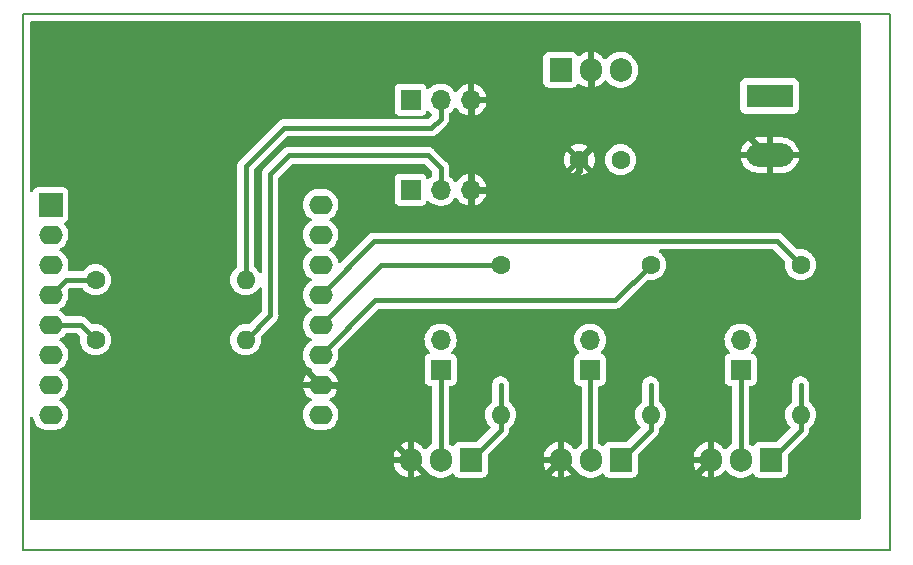
<source format=gbr>
%TF.GenerationSoftware,KiCad,Pcbnew,(6.0.5)*%
%TF.CreationDate,2022-06-05T14:33:10+07:00*%
%TF.ProjectId,timer,74696d65-722e-46b6-9963-61645f706362,rev?*%
%TF.SameCoordinates,Original*%
%TF.FileFunction,Copper,L2,Bot*%
%TF.FilePolarity,Positive*%
%FSLAX46Y46*%
G04 Gerber Fmt 4.6, Leading zero omitted, Abs format (unit mm)*
G04 Created by KiCad (PCBNEW (6.0.5)) date 2022-06-05 14:33:10*
%MOMM*%
%LPD*%
G01*
G04 APERTURE LIST*
%TA.AperFunction,NonConductor*%
%ADD10C,0.200000*%
%TD*%
%TA.AperFunction,ComponentPad*%
%ADD11C,1.600000*%
%TD*%
%TA.AperFunction,ComponentPad*%
%ADD12O,1.600000X1.600000*%
%TD*%
%TA.AperFunction,ComponentPad*%
%ADD13R,3.960000X1.980000*%
%TD*%
%TA.AperFunction,ComponentPad*%
%ADD14O,3.960000X1.980000*%
%TD*%
%TA.AperFunction,ComponentPad*%
%ADD15R,1.905000X2.000000*%
%TD*%
%TA.AperFunction,ComponentPad*%
%ADD16O,1.905000X2.000000*%
%TD*%
%TA.AperFunction,ComponentPad*%
%ADD17R,1.700000X1.700000*%
%TD*%
%TA.AperFunction,ComponentPad*%
%ADD18O,1.700000X1.700000*%
%TD*%
%TA.AperFunction,ComponentPad*%
%ADD19R,2.000000X2.000000*%
%TD*%
%TA.AperFunction,ComponentPad*%
%ADD20O,2.000000X1.600000*%
%TD*%
%TA.AperFunction,Conductor*%
%ADD21C,0.600000*%
%TD*%
%TA.AperFunction,Conductor*%
%ADD22C,0.400000*%
%TD*%
G04 APERTURE END LIST*
D10*
X91640000Y-81640000D02*
X165060000Y-81640000D01*
X165060000Y-81640000D02*
X165060000Y-127050000D01*
X165060000Y-127050000D02*
X91640000Y-127050000D01*
X91640000Y-127050000D02*
X91640000Y-81640000D01*
D11*
%TO.P,R5,1*%
%TO.N,/O2*%
X97790000Y-109220000D03*
D12*
%TO.P,R5,2*%
%TO.N,Net-(J2-Pad2)*%
X110490000Y-109220000D03*
%TD*%
D13*
%TO.P,Input1,1,Pin_1*%
%TO.N,/Vin*%
X154870000Y-88580000D03*
D14*
%TO.P,Input1,2,Pin_2*%
%TO.N,GND*%
X154870000Y-93580000D03*
%TD*%
D15*
%TO.P,Q1,1,B*%
%TO.N,Net-(Q1-Pad1)*%
X154940000Y-119380000D03*
D16*
%TO.P,Q1,2,C*%
%TO.N,/L1*%
X152400000Y-119380000D03*
%TO.P,Q1,3,E*%
%TO.N,GND*%
X149860000Y-119380000D03*
%TD*%
D15*
%TO.P,Q2,1,B*%
%TO.N,Net-(Q2-Pad1)*%
X129540000Y-119380000D03*
D16*
%TO.P,Q2,2,C*%
%TO.N,/L2*%
X127000000Y-119380000D03*
%TO.P,Q2,3,E*%
%TO.N,GND*%
X124460000Y-119380000D03*
%TD*%
D17*
%TO.P,LA3,1,-*%
%TO.N,/L3*%
X139650000Y-111760000D03*
D18*
%TO.P,LA3,2,+*%
%TO.N,/Vin*%
X139650000Y-109220000D03*
%TD*%
D19*
%TO.P,U2,1,~{RST}*%
%TO.N,unconnected-(U2-Pad1)*%
X93980000Y-97790000D03*
D20*
%TO.P,U2,2,A0*%
%TO.N,unconnected-(U2-Pad2)*%
X93980000Y-100330000D03*
%TO.P,U2,3,D0*%
%TO.N,unconnected-(U2-Pad3)*%
X93980000Y-102870000D03*
%TO.P,U2,4,SCK/D5*%
%TO.N,/O1*%
X93980000Y-105410000D03*
%TO.P,U2,5,MISO/D6*%
%TO.N,/O2*%
X93980000Y-107950000D03*
%TO.P,U2,6,MOSI/D7*%
%TO.N,unconnected-(U2-Pad6)*%
X93980000Y-110490000D03*
%TO.P,U2,7,CS/D8*%
%TO.N,unconnected-(U2-Pad7)*%
X93980000Y-113030000D03*
%TO.P,U2,8,3V3*%
%TO.N,unconnected-(U2-Pad8)*%
X93980000Y-115570000D03*
%TO.P,U2,9,5V*%
%TO.N,+5V*%
X116840000Y-115570000D03*
%TO.P,U2,10,GND*%
%TO.N,GND*%
X116840000Y-113030000D03*
%TO.P,U2,11,D4*%
%TO.N,/D4*%
X116840000Y-110490000D03*
%TO.P,U2,12,D3*%
%TO.N,/D3*%
X116840000Y-107950000D03*
%TO.P,U2,13,SDA/D2*%
%TO.N,/D2*%
X116840000Y-105410000D03*
%TO.P,U2,14,SCL/D1*%
%TO.N,unconnected-(U2-Pad14)*%
X116840000Y-102870000D03*
%TO.P,U2,15,RX*%
%TO.N,unconnected-(U2-Pad15)*%
X116840000Y-100330000D03*
%TO.P,U2,16,TX*%
%TO.N,unconnected-(U2-Pad16)*%
X116840000Y-97790000D03*
%TD*%
D17*
%TO.P,J1,1,Pin_1*%
%TO.N,+5V*%
X124460000Y-88900000D03*
D18*
%TO.P,J1,2,Pin_2*%
%TO.N,Net-(J1-Pad2)*%
X127000000Y-88900000D03*
%TO.P,J1,3,Pin_3*%
%TO.N,GND*%
X129540000Y-88900000D03*
%TD*%
D17*
%TO.P,LA2,1,-*%
%TO.N,/L2*%
X127000000Y-111760000D03*
D18*
%TO.P,LA2,2,+*%
%TO.N,/Vin*%
X127000000Y-109220000D03*
%TD*%
D11*
%TO.P,C1,1*%
%TO.N,+5V*%
X142240000Y-93980000D03*
%TO.P,C1,2*%
%TO.N,GND*%
X138740000Y-93980000D03*
%TD*%
%TO.P,R3,1*%
%TO.N,/D4*%
X144780000Y-102870000D03*
D12*
%TO.P,R3,2*%
%TO.N,Net-(Q3-Pad1)*%
X144780000Y-115570000D03*
%TD*%
D11*
%TO.P,R4,1*%
%TO.N,/O1*%
X97790000Y-104140000D03*
D12*
%TO.P,R4,2*%
%TO.N,Net-(J1-Pad2)*%
X110490000Y-104140000D03*
%TD*%
D15*
%TO.P,U1,1,VI*%
%TO.N,/Vin*%
X137160000Y-86360000D03*
D16*
%TO.P,U1,2,GND*%
%TO.N,GND*%
X139700000Y-86360000D03*
%TO.P,U1,3,VO*%
%TO.N,+5V*%
X142240000Y-86360000D03*
%TD*%
D17*
%TO.P,J2,1,Pin_1*%
%TO.N,+5V*%
X124460000Y-96520000D03*
D18*
%TO.P,J2,2,Pin_2*%
%TO.N,Net-(J2-Pad2)*%
X127000000Y-96520000D03*
%TO.P,J2,3,Pin_3*%
%TO.N,GND*%
X129540000Y-96520000D03*
%TD*%
D15*
%TO.P,Q3,1,B*%
%TO.N,Net-(Q3-Pad1)*%
X142240000Y-119380000D03*
D16*
%TO.P,Q3,2,C*%
%TO.N,/L3*%
X139700000Y-119380000D03*
%TO.P,Q3,3,E*%
%TO.N,GND*%
X137160000Y-119380000D03*
%TD*%
D11*
%TO.P,R1,1*%
%TO.N,/D2*%
X157480000Y-102870000D03*
D12*
%TO.P,R1,2*%
%TO.N,Net-(Q1-Pad1)*%
X157480000Y-115570000D03*
%TD*%
D17*
%TO.P,LA1,1,-*%
%TO.N,/L1*%
X152400000Y-111760000D03*
D18*
%TO.P,LA1,2,+*%
%TO.N,/Vin*%
X152400000Y-109220000D03*
%TD*%
D11*
%TO.P,R2,1*%
%TO.N,/D3*%
X132080000Y-102870000D03*
D12*
%TO.P,R2,2*%
%TO.N,Net-(Q2-Pad1)*%
X132080000Y-115570000D03*
%TD*%
D21*
%TO.N,GND*%
X138959511Y-121179511D02*
X137160000Y-119380000D01*
X118430000Y-95670000D02*
X115380000Y-95670000D01*
X154940000Y-93900000D02*
X154940000Y-93980000D01*
X126259511Y-121179511D02*
X124460000Y-119380000D01*
X129540000Y-93980000D02*
X129540000Y-96520000D01*
X152480000Y-91440000D02*
X154940000Y-93900000D01*
X129060000Y-98540000D02*
X121300000Y-98540000D01*
X149860000Y-119380000D02*
X148060489Y-121179511D01*
X148060489Y-121179511D02*
X138959511Y-121179511D01*
X115380000Y-95670000D02*
X114300000Y-96750000D01*
X139700000Y-86360000D02*
X139700000Y-91440000D01*
X139700000Y-91440000D02*
X139700000Y-93020000D01*
X135360489Y-121179511D02*
X126259511Y-121179511D01*
X137160000Y-96520000D02*
X129540000Y-96520000D01*
X114300000Y-96750000D02*
X114300000Y-110490000D01*
X137160000Y-119380000D02*
X135360489Y-121179511D01*
X124460000Y-119380000D02*
X118110000Y-113030000D01*
X114300000Y-110490000D02*
X116840000Y-113030000D01*
X129540000Y-96520000D02*
X129540000Y-98060000D01*
X118110000Y-113030000D02*
X116840000Y-113030000D01*
X138740000Y-94940000D02*
X137160000Y-96520000D01*
X129540000Y-98060000D02*
X129060000Y-98540000D01*
X139700000Y-93020000D02*
X138740000Y-93980000D01*
X138740000Y-93980000D02*
X138740000Y-94940000D01*
X139700000Y-91440000D02*
X152480000Y-91440000D01*
X129540000Y-88900000D02*
X129540000Y-93980000D01*
X121300000Y-98540000D02*
X118430000Y-95670000D01*
D22*
%TO.N,Net-(J1-Pad2)*%
X127000000Y-90490000D02*
X127000000Y-88900000D01*
X110490000Y-94530000D02*
X113760000Y-91260000D01*
X110490000Y-104140000D02*
X110490000Y-94530000D01*
X113760000Y-91260000D02*
X126230000Y-91260000D01*
X126230000Y-91260000D02*
X127000000Y-90490000D01*
%TO.N,Net-(J2-Pad2)*%
X114160000Y-93600000D02*
X125940000Y-93600000D01*
X110490000Y-109220000D02*
X112570000Y-107140000D01*
X127000000Y-94660000D02*
X127000000Y-96520000D01*
X112570000Y-95190000D02*
X114160000Y-93600000D01*
X112570000Y-107140000D02*
X112570000Y-95190000D01*
X125940000Y-93600000D02*
X127000000Y-94660000D01*
%TO.N,/L1*%
X152400000Y-111760000D02*
X152400000Y-119380000D01*
%TO.N,/L2*%
X127000000Y-111760000D02*
X127000000Y-119380000D01*
%TO.N,/L3*%
X139650000Y-119330000D02*
X139700000Y-119380000D01*
X139650000Y-111760000D02*
X139650000Y-119330000D01*
%TO.N,Net-(Q1-Pad1)*%
X157480000Y-116840000D02*
X154940000Y-119380000D01*
X157480000Y-113030000D02*
X157480000Y-116840000D01*
%TO.N,Net-(Q2-Pad1)*%
X132080000Y-113030000D02*
X132080000Y-116840000D01*
X132080000Y-116840000D02*
X129540000Y-119380000D01*
%TO.N,Net-(Q3-Pad1)*%
X144780000Y-116840000D02*
X142240000Y-119380000D01*
X144780000Y-113030000D02*
X144780000Y-116840000D01*
%TO.N,/D2*%
X157480000Y-102870000D02*
X155460000Y-100850000D01*
X121400000Y-100850000D02*
X116840000Y-105410000D01*
X155460000Y-100850000D02*
X121400000Y-100850000D01*
%TO.N,/D3*%
X132080000Y-102870000D02*
X121920000Y-102870000D01*
X121920000Y-102870000D02*
X116840000Y-107950000D01*
%TO.N,/D4*%
X141775000Y-105875000D02*
X121455000Y-105875000D01*
X144780000Y-102870000D02*
X141775000Y-105875000D01*
X121455000Y-105875000D02*
X116840000Y-110490000D01*
%TO.N,/O1*%
X95250000Y-104140000D02*
X93980000Y-105410000D01*
X97790000Y-104140000D02*
X95250000Y-104140000D01*
%TO.N,/O2*%
X97790000Y-109220000D02*
X96520000Y-107950000D01*
X96520000Y-107950000D02*
X93980000Y-107950000D01*
%TD*%
%TA.AperFunction,Conductor*%
%TO.N,GND*%
G36*
X162502121Y-82268502D02*
G01*
X162548614Y-82322158D01*
X162560000Y-82374500D01*
X162560000Y-124334000D01*
X162539998Y-124402121D01*
X162486342Y-124448614D01*
X162434000Y-124460000D01*
X92374500Y-124460000D01*
X92306379Y-124439998D01*
X92259886Y-124386342D01*
X92248500Y-124334000D01*
X92248500Y-119650111D01*
X123012798Y-119650111D01*
X123013751Y-119661704D01*
X123015433Y-119671866D01*
X123071422Y-119894771D01*
X123074741Y-119904519D01*
X123166385Y-120115289D01*
X123171251Y-120124364D01*
X123296085Y-120317327D01*
X123302378Y-120325498D01*
X123457050Y-120495480D01*
X123464583Y-120502506D01*
X123644944Y-120644945D01*
X123653531Y-120650650D01*
X123854722Y-120761714D01*
X123864134Y-120765944D01*
X124080768Y-120842659D01*
X124090739Y-120845293D01*
X124188163Y-120862647D01*
X124201460Y-120861187D01*
X124205543Y-120848096D01*
X124714000Y-120848096D01*
X124717918Y-120861440D01*
X124732194Y-120863427D01*
X124794515Y-120853890D01*
X124804543Y-120851501D01*
X125022988Y-120780102D01*
X125032497Y-120776105D01*
X125236344Y-120669989D01*
X125245069Y-120664495D01*
X125428852Y-120526507D01*
X125436559Y-120519664D01*
X125595339Y-120353509D01*
X125601823Y-120345502D01*
X125624237Y-120312644D01*
X125679148Y-120267641D01*
X125749672Y-120259468D01*
X125813420Y-120290722D01*
X125834116Y-120315204D01*
X125838498Y-120321977D01*
X126000186Y-120499670D01*
X126025503Y-120519664D01*
X126184670Y-120645367D01*
X126184675Y-120645370D01*
X126188724Y-120648568D01*
X126193240Y-120651061D01*
X126193243Y-120651063D01*
X126394526Y-120762177D01*
X126394530Y-120762179D01*
X126399050Y-120764674D01*
X126403919Y-120766398D01*
X126403923Y-120766400D01*
X126620640Y-120843144D01*
X126620644Y-120843145D01*
X126625515Y-120844870D01*
X126630608Y-120845777D01*
X126630611Y-120845778D01*
X126856948Y-120886095D01*
X126856954Y-120886096D01*
X126862037Y-120887001D01*
X126949400Y-120888068D01*
X127097093Y-120889873D01*
X127097095Y-120889873D01*
X127102263Y-120889936D01*
X127339744Y-120853596D01*
X127451997Y-120816906D01*
X127563183Y-120780566D01*
X127563189Y-120780563D01*
X127568101Y-120778958D01*
X127572687Y-120776571D01*
X127572691Y-120776569D01*
X127776607Y-120670416D01*
X127781200Y-120668025D01*
X127936283Y-120551585D01*
X128002765Y-120526680D01*
X128072161Y-120541672D01*
X128122435Y-120591802D01*
X128129915Y-120608115D01*
X128133731Y-120618293D01*
X128136885Y-120626705D01*
X128224239Y-120743261D01*
X128340795Y-120830615D01*
X128477184Y-120881745D01*
X128539366Y-120888500D01*
X130540634Y-120888500D01*
X130602816Y-120881745D01*
X130739205Y-120830615D01*
X130855761Y-120743261D01*
X130943115Y-120626705D01*
X130994245Y-120490316D01*
X131001000Y-120428134D01*
X131001000Y-119650111D01*
X135712798Y-119650111D01*
X135713751Y-119661704D01*
X135715433Y-119671866D01*
X135771422Y-119894771D01*
X135774741Y-119904519D01*
X135866385Y-120115289D01*
X135871251Y-120124364D01*
X135996085Y-120317327D01*
X136002378Y-120325498D01*
X136157050Y-120495480D01*
X136164583Y-120502506D01*
X136344944Y-120644945D01*
X136353531Y-120650650D01*
X136554722Y-120761714D01*
X136564134Y-120765944D01*
X136780768Y-120842659D01*
X136790739Y-120845293D01*
X136888163Y-120862647D01*
X136901460Y-120861187D01*
X136905543Y-120848096D01*
X137414000Y-120848096D01*
X137417918Y-120861440D01*
X137432194Y-120863427D01*
X137494515Y-120853890D01*
X137504543Y-120851501D01*
X137722988Y-120780102D01*
X137732497Y-120776105D01*
X137936344Y-120669989D01*
X137945069Y-120664495D01*
X138128852Y-120526507D01*
X138136559Y-120519664D01*
X138295339Y-120353509D01*
X138301823Y-120345502D01*
X138324237Y-120312644D01*
X138379148Y-120267641D01*
X138449672Y-120259468D01*
X138513420Y-120290722D01*
X138534116Y-120315204D01*
X138538498Y-120321977D01*
X138700186Y-120499670D01*
X138725503Y-120519664D01*
X138884670Y-120645367D01*
X138884675Y-120645370D01*
X138888724Y-120648568D01*
X138893240Y-120651061D01*
X138893243Y-120651063D01*
X139094526Y-120762177D01*
X139094530Y-120762179D01*
X139099050Y-120764674D01*
X139103919Y-120766398D01*
X139103923Y-120766400D01*
X139320640Y-120843144D01*
X139320644Y-120843145D01*
X139325515Y-120844870D01*
X139330608Y-120845777D01*
X139330611Y-120845778D01*
X139556948Y-120886095D01*
X139556954Y-120886096D01*
X139562037Y-120887001D01*
X139649400Y-120888068D01*
X139797093Y-120889873D01*
X139797095Y-120889873D01*
X139802263Y-120889936D01*
X140039744Y-120853596D01*
X140151997Y-120816906D01*
X140263183Y-120780566D01*
X140263189Y-120780563D01*
X140268101Y-120778958D01*
X140272687Y-120776571D01*
X140272691Y-120776569D01*
X140476607Y-120670416D01*
X140481200Y-120668025D01*
X140636283Y-120551585D01*
X140702765Y-120526680D01*
X140772161Y-120541672D01*
X140822435Y-120591802D01*
X140829915Y-120608115D01*
X140833731Y-120618293D01*
X140836885Y-120626705D01*
X140924239Y-120743261D01*
X141040795Y-120830615D01*
X141177184Y-120881745D01*
X141239366Y-120888500D01*
X143240634Y-120888500D01*
X143302816Y-120881745D01*
X143439205Y-120830615D01*
X143555761Y-120743261D01*
X143643115Y-120626705D01*
X143694245Y-120490316D01*
X143701000Y-120428134D01*
X143701000Y-119650111D01*
X148412798Y-119650111D01*
X148413751Y-119661704D01*
X148415433Y-119671866D01*
X148471422Y-119894771D01*
X148474741Y-119904519D01*
X148566385Y-120115289D01*
X148571251Y-120124364D01*
X148696085Y-120317327D01*
X148702378Y-120325498D01*
X148857050Y-120495480D01*
X148864583Y-120502506D01*
X149044944Y-120644945D01*
X149053531Y-120650650D01*
X149254722Y-120761714D01*
X149264134Y-120765944D01*
X149480768Y-120842659D01*
X149490739Y-120845293D01*
X149588163Y-120862647D01*
X149601460Y-120861187D01*
X149605543Y-120848096D01*
X150114000Y-120848096D01*
X150117918Y-120861440D01*
X150132194Y-120863427D01*
X150194515Y-120853890D01*
X150204543Y-120851501D01*
X150422988Y-120780102D01*
X150432497Y-120776105D01*
X150636344Y-120669989D01*
X150645069Y-120664495D01*
X150828852Y-120526507D01*
X150836559Y-120519664D01*
X150995339Y-120353509D01*
X151001823Y-120345502D01*
X151024237Y-120312644D01*
X151079148Y-120267641D01*
X151149672Y-120259468D01*
X151213420Y-120290722D01*
X151234116Y-120315204D01*
X151238498Y-120321977D01*
X151400186Y-120499670D01*
X151425503Y-120519664D01*
X151584670Y-120645367D01*
X151584675Y-120645370D01*
X151588724Y-120648568D01*
X151593240Y-120651061D01*
X151593243Y-120651063D01*
X151794526Y-120762177D01*
X151794530Y-120762179D01*
X151799050Y-120764674D01*
X151803919Y-120766398D01*
X151803923Y-120766400D01*
X152020640Y-120843144D01*
X152020644Y-120843145D01*
X152025515Y-120844870D01*
X152030608Y-120845777D01*
X152030611Y-120845778D01*
X152256948Y-120886095D01*
X152256954Y-120886096D01*
X152262037Y-120887001D01*
X152349400Y-120888068D01*
X152497093Y-120889873D01*
X152497095Y-120889873D01*
X152502263Y-120889936D01*
X152739744Y-120853596D01*
X152851997Y-120816906D01*
X152963183Y-120780566D01*
X152963189Y-120780563D01*
X152968101Y-120778958D01*
X152972687Y-120776571D01*
X152972691Y-120776569D01*
X153176607Y-120670416D01*
X153181200Y-120668025D01*
X153336283Y-120551585D01*
X153402765Y-120526680D01*
X153472161Y-120541672D01*
X153522435Y-120591802D01*
X153529915Y-120608115D01*
X153533731Y-120618293D01*
X153536885Y-120626705D01*
X153624239Y-120743261D01*
X153740795Y-120830615D01*
X153877184Y-120881745D01*
X153939366Y-120888500D01*
X155940634Y-120888500D01*
X156002816Y-120881745D01*
X156139205Y-120830615D01*
X156255761Y-120743261D01*
X156343115Y-120626705D01*
X156394245Y-120490316D01*
X156401000Y-120428134D01*
X156401000Y-118973160D01*
X156421002Y-118905039D01*
X156437905Y-118884065D01*
X157188676Y-118133295D01*
X157960528Y-117361443D01*
X157966793Y-117355589D01*
X158004664Y-117322552D01*
X158004665Y-117322551D01*
X158010385Y-117317561D01*
X158047136Y-117265271D01*
X158051028Y-117260029D01*
X158090476Y-117209718D01*
X158093600Y-117202799D01*
X158094988Y-117200507D01*
X158103357Y-117185835D01*
X158104622Y-117183475D01*
X158108990Y-117177261D01*
X158132203Y-117117723D01*
X158134759Y-117111642D01*
X158157918Y-117060352D01*
X158161045Y-117053427D01*
X158162430Y-117045954D01*
X158163234Y-117043388D01*
X158167855Y-117027165D01*
X158168520Y-117024573D01*
X158171282Y-117017491D01*
X158179622Y-116954139D01*
X158180654Y-116947623D01*
X158190911Y-116892281D01*
X158192295Y-116884814D01*
X158190987Y-116862119D01*
X158188709Y-116822620D01*
X158188500Y-116815367D01*
X158188500Y-116736878D01*
X158208502Y-116668757D01*
X158242229Y-116633665D01*
X158319789Y-116579357D01*
X158319792Y-116579355D01*
X158324300Y-116576198D01*
X158486198Y-116414300D01*
X158617523Y-116226749D01*
X158619846Y-116221767D01*
X158619849Y-116221762D01*
X158711961Y-116024225D01*
X158711961Y-116024224D01*
X158714284Y-116019243D01*
X158773543Y-115798087D01*
X158793498Y-115570000D01*
X158773543Y-115341913D01*
X158714284Y-115120757D01*
X158711961Y-115115775D01*
X158619849Y-114918238D01*
X158619846Y-114918233D01*
X158617523Y-114913251D01*
X158486198Y-114725700D01*
X158324300Y-114563802D01*
X158319792Y-114560645D01*
X158319789Y-114560643D01*
X158242229Y-114506335D01*
X158197901Y-114450878D01*
X158188500Y-114403122D01*
X158188500Y-112986997D01*
X158173102Y-112859758D01*
X158168940Y-112848742D01*
X158115171Y-112706447D01*
X158112487Y-112699344D01*
X158034634Y-112586067D01*
X158019659Y-112564278D01*
X158019658Y-112564276D01*
X158015357Y-112558019D01*
X158009686Y-112552966D01*
X157892993Y-112448996D01*
X157892990Y-112448994D01*
X157887321Y-112443943D01*
X157879325Y-112439709D01*
X157763226Y-112378238D01*
X157735769Y-112363700D01*
X157718196Y-112359286D01*
X157576822Y-112323775D01*
X157576818Y-112323775D01*
X157569451Y-112321924D01*
X157561852Y-112321884D01*
X157561850Y-112321884D01*
X157490394Y-112321510D01*
X157397969Y-112321026D01*
X157390589Y-112322798D01*
X157390587Y-112322798D01*
X157238602Y-112359286D01*
X157238598Y-112359287D01*
X157231223Y-112361058D01*
X157078839Y-112439709D01*
X156949615Y-112552439D01*
X156851010Y-112692739D01*
X156835346Y-112732915D01*
X156808445Y-112801913D01*
X156788718Y-112852509D01*
X156787726Y-112860042D01*
X156787726Y-112860043D01*
X156786771Y-112867299D01*
X156771500Y-112983294D01*
X156771500Y-114403122D01*
X156751498Y-114471243D01*
X156717771Y-114506335D01*
X156640211Y-114560643D01*
X156640208Y-114560645D01*
X156635700Y-114563802D01*
X156473802Y-114725700D01*
X156342477Y-114913251D01*
X156340154Y-114918233D01*
X156340151Y-114918238D01*
X156248039Y-115115775D01*
X156245716Y-115120757D01*
X156186457Y-115341913D01*
X156166502Y-115570000D01*
X156186457Y-115798087D01*
X156245716Y-116019243D01*
X156248039Y-116024224D01*
X156248039Y-116024225D01*
X156340151Y-116221762D01*
X156340154Y-116221767D01*
X156342477Y-116226749D01*
X156473802Y-116414300D01*
X156599671Y-116540169D01*
X156633697Y-116602481D01*
X156628632Y-116673296D01*
X156599671Y-116718359D01*
X155483435Y-117834595D01*
X155421123Y-117868621D01*
X155394340Y-117871500D01*
X153939366Y-117871500D01*
X153877184Y-117878255D01*
X153740795Y-117929385D01*
X153624239Y-118016739D01*
X153536885Y-118133295D01*
X153529427Y-118153189D01*
X153486787Y-118209953D01*
X153420226Y-118234654D01*
X153350877Y-118219447D01*
X153333353Y-118207842D01*
X153229860Y-118126109D01*
X153211276Y-118111432D01*
X153206748Y-118108932D01*
X153173607Y-118090638D01*
X153123636Y-118040206D01*
X153108500Y-117980329D01*
X153108500Y-113244500D01*
X153128502Y-113176379D01*
X153182158Y-113129886D01*
X153234500Y-113118500D01*
X153298134Y-113118500D01*
X153360316Y-113111745D01*
X153496705Y-113060615D01*
X153613261Y-112973261D01*
X153700615Y-112856705D01*
X153751745Y-112720316D01*
X153758500Y-112658134D01*
X153758500Y-110861866D01*
X153751745Y-110799684D01*
X153700615Y-110663295D01*
X153613261Y-110546739D01*
X153496705Y-110459385D01*
X153476902Y-110451961D01*
X153378203Y-110414960D01*
X153321439Y-110372318D01*
X153296739Y-110305756D01*
X153311947Y-110236408D01*
X153333493Y-110207727D01*
X153434435Y-110107137D01*
X153438096Y-110103489D01*
X153469498Y-110059789D01*
X153565435Y-109926277D01*
X153568453Y-109922077D01*
X153588628Y-109881257D01*
X153665136Y-109726453D01*
X153665137Y-109726451D01*
X153667430Y-109721811D01*
X153732370Y-109508069D01*
X153761529Y-109286590D01*
X153761611Y-109283240D01*
X153763074Y-109223365D01*
X153763074Y-109223361D01*
X153763156Y-109220000D01*
X153744852Y-108997361D01*
X153690431Y-108780702D01*
X153601354Y-108575840D01*
X153561906Y-108514862D01*
X153482822Y-108392617D01*
X153482820Y-108392614D01*
X153480014Y-108388277D01*
X153329670Y-108223051D01*
X153325619Y-108219852D01*
X153325615Y-108219848D01*
X153158414Y-108087800D01*
X153158410Y-108087798D01*
X153154359Y-108084598D01*
X153146304Y-108080151D01*
X153102136Y-108055769D01*
X152958789Y-107976638D01*
X152953920Y-107974914D01*
X152953916Y-107974912D01*
X152753087Y-107903795D01*
X152753083Y-107903794D01*
X152748212Y-107902069D01*
X152743119Y-107901162D01*
X152743116Y-107901161D01*
X152533373Y-107863800D01*
X152533367Y-107863799D01*
X152528284Y-107862894D01*
X152454452Y-107861992D01*
X152310081Y-107860228D01*
X152310079Y-107860228D01*
X152304911Y-107860165D01*
X152084091Y-107893955D01*
X151871756Y-107963357D01*
X151673607Y-108066507D01*
X151669474Y-108069610D01*
X151669471Y-108069612D01*
X151524996Y-108178087D01*
X151494965Y-108200635D01*
X151340629Y-108362138D01*
X151337715Y-108366410D01*
X151337714Y-108366411D01*
X151328300Y-108380211D01*
X151214743Y-108546680D01*
X151167715Y-108647993D01*
X151153554Y-108678502D01*
X151120688Y-108749305D01*
X151060989Y-108964570D01*
X151037251Y-109186695D01*
X151037548Y-109191848D01*
X151037548Y-109191851D01*
X151043011Y-109286590D01*
X151050110Y-109409715D01*
X151051247Y-109414761D01*
X151051248Y-109414767D01*
X151066806Y-109483802D01*
X151099222Y-109627639D01*
X151183266Y-109834616D01*
X151299987Y-110025088D01*
X151446250Y-110193938D01*
X151450230Y-110197242D01*
X151454981Y-110201187D01*
X151494616Y-110260090D01*
X151496113Y-110331071D01*
X151458997Y-110391593D01*
X151418724Y-110416112D01*
X151303295Y-110459385D01*
X151186739Y-110546739D01*
X151099385Y-110663295D01*
X151048255Y-110799684D01*
X151041500Y-110861866D01*
X151041500Y-112658134D01*
X151048255Y-112720316D01*
X151099385Y-112856705D01*
X151186739Y-112973261D01*
X151303295Y-113060615D01*
X151439684Y-113111745D01*
X151501866Y-113118500D01*
X151565500Y-113118500D01*
X151633621Y-113138502D01*
X151680114Y-113192158D01*
X151691500Y-113244500D01*
X151691500Y-117977671D01*
X151671498Y-118045792D01*
X151627315Y-118086115D01*
X151627765Y-118086830D01*
X151623786Y-118089336D01*
X151623675Y-118089437D01*
X151618800Y-118091975D01*
X151426680Y-118236223D01*
X151260699Y-118409912D01*
X151235160Y-118447351D01*
X151180249Y-118492352D01*
X151109725Y-118500523D01*
X151045978Y-118469269D01*
X151025284Y-118444790D01*
X151023915Y-118442674D01*
X151017622Y-118434502D01*
X150862950Y-118264520D01*
X150855417Y-118257494D01*
X150675056Y-118115055D01*
X150666469Y-118109350D01*
X150465278Y-117998286D01*
X150455866Y-117994056D01*
X150239232Y-117917341D01*
X150229261Y-117914707D01*
X150131837Y-117897353D01*
X150118540Y-117898813D01*
X150114000Y-117913370D01*
X150114000Y-120848096D01*
X149605543Y-120848096D01*
X149606000Y-120846630D01*
X149606000Y-119652115D01*
X149601525Y-119636876D01*
X149600135Y-119635671D01*
X149592452Y-119634000D01*
X148429588Y-119634000D01*
X148414859Y-119638325D01*
X148412798Y-119650111D01*
X143701000Y-119650111D01*
X143701000Y-119107987D01*
X148415099Y-119107987D01*
X148417747Y-119122608D01*
X148430124Y-119126000D01*
X149587885Y-119126000D01*
X149603124Y-119121525D01*
X149604329Y-119120135D01*
X149606000Y-119112452D01*
X149606000Y-117911904D01*
X149602082Y-117898560D01*
X149587806Y-117896573D01*
X149525485Y-117906110D01*
X149515457Y-117908499D01*
X149297012Y-117979898D01*
X149287503Y-117983895D01*
X149083656Y-118090011D01*
X149074931Y-118095505D01*
X148891148Y-118233493D01*
X148883441Y-118240336D01*
X148724661Y-118406491D01*
X148718174Y-118414501D01*
X148588670Y-118604347D01*
X148583571Y-118613321D01*
X148486813Y-118821769D01*
X148483250Y-118831456D01*
X148421835Y-119052908D01*
X148419904Y-119063030D01*
X148415099Y-119107987D01*
X143701000Y-119107987D01*
X143701000Y-118973160D01*
X143721002Y-118905039D01*
X143737905Y-118884065D01*
X144488676Y-118133295D01*
X145260528Y-117361443D01*
X145266793Y-117355589D01*
X145304664Y-117322552D01*
X145304665Y-117322551D01*
X145310385Y-117317561D01*
X145347136Y-117265271D01*
X145351028Y-117260029D01*
X145390476Y-117209718D01*
X145393600Y-117202799D01*
X145394988Y-117200507D01*
X145403357Y-117185835D01*
X145404622Y-117183475D01*
X145408990Y-117177261D01*
X145432203Y-117117723D01*
X145434759Y-117111642D01*
X145457918Y-117060352D01*
X145461045Y-117053427D01*
X145462430Y-117045954D01*
X145463234Y-117043388D01*
X145467855Y-117027165D01*
X145468520Y-117024573D01*
X145471282Y-117017491D01*
X145479622Y-116954139D01*
X145480654Y-116947623D01*
X145490911Y-116892281D01*
X145492295Y-116884814D01*
X145490987Y-116862119D01*
X145488709Y-116822620D01*
X145488500Y-116815367D01*
X145488500Y-116736878D01*
X145508502Y-116668757D01*
X145542229Y-116633665D01*
X145619789Y-116579357D01*
X145619792Y-116579355D01*
X145624300Y-116576198D01*
X145786198Y-116414300D01*
X145917523Y-116226749D01*
X145919846Y-116221767D01*
X145919849Y-116221762D01*
X146011961Y-116024225D01*
X146011961Y-116024224D01*
X146014284Y-116019243D01*
X146073543Y-115798087D01*
X146093498Y-115570000D01*
X146073543Y-115341913D01*
X146014284Y-115120757D01*
X146011961Y-115115775D01*
X145919849Y-114918238D01*
X145919846Y-114918233D01*
X145917523Y-114913251D01*
X145786198Y-114725700D01*
X145624300Y-114563802D01*
X145619792Y-114560645D01*
X145619789Y-114560643D01*
X145542229Y-114506335D01*
X145497901Y-114450878D01*
X145488500Y-114403122D01*
X145488500Y-112986997D01*
X145473102Y-112859758D01*
X145468940Y-112848742D01*
X145415171Y-112706447D01*
X145412487Y-112699344D01*
X145334634Y-112586067D01*
X145319659Y-112564278D01*
X145319658Y-112564276D01*
X145315357Y-112558019D01*
X145309686Y-112552966D01*
X145192993Y-112448996D01*
X145192990Y-112448994D01*
X145187321Y-112443943D01*
X145179325Y-112439709D01*
X145063226Y-112378238D01*
X145035769Y-112363700D01*
X145018196Y-112359286D01*
X144876822Y-112323775D01*
X144876818Y-112323775D01*
X144869451Y-112321924D01*
X144861852Y-112321884D01*
X144861850Y-112321884D01*
X144790394Y-112321510D01*
X144697969Y-112321026D01*
X144690589Y-112322798D01*
X144690587Y-112322798D01*
X144538602Y-112359286D01*
X144538598Y-112359287D01*
X144531223Y-112361058D01*
X144378839Y-112439709D01*
X144249615Y-112552439D01*
X144151010Y-112692739D01*
X144135346Y-112732915D01*
X144108445Y-112801913D01*
X144088718Y-112852509D01*
X144087726Y-112860042D01*
X144087726Y-112860043D01*
X144086771Y-112867299D01*
X144071500Y-112983294D01*
X144071500Y-114403122D01*
X144051498Y-114471243D01*
X144017771Y-114506335D01*
X143940211Y-114560643D01*
X143940208Y-114560645D01*
X143935700Y-114563802D01*
X143773802Y-114725700D01*
X143642477Y-114913251D01*
X143640154Y-114918233D01*
X143640151Y-114918238D01*
X143548039Y-115115775D01*
X143545716Y-115120757D01*
X143486457Y-115341913D01*
X143466502Y-115570000D01*
X143486457Y-115798087D01*
X143545716Y-116019243D01*
X143548039Y-116024224D01*
X143548039Y-116024225D01*
X143640151Y-116221762D01*
X143640154Y-116221767D01*
X143642477Y-116226749D01*
X143773802Y-116414300D01*
X143899671Y-116540169D01*
X143933697Y-116602481D01*
X143928632Y-116673296D01*
X143899671Y-116718359D01*
X142783435Y-117834595D01*
X142721123Y-117868621D01*
X142694340Y-117871500D01*
X141239366Y-117871500D01*
X141177184Y-117878255D01*
X141040795Y-117929385D01*
X140924239Y-118016739D01*
X140836885Y-118133295D01*
X140829427Y-118153189D01*
X140786787Y-118209953D01*
X140720226Y-118234654D01*
X140650877Y-118219447D01*
X140633353Y-118207842D01*
X140529860Y-118126109D01*
X140511276Y-118111432D01*
X140466710Y-118086830D01*
X140423606Y-118063035D01*
X140373635Y-118012602D01*
X140358500Y-117952727D01*
X140358500Y-113244500D01*
X140378502Y-113176379D01*
X140432158Y-113129886D01*
X140484500Y-113118500D01*
X140548134Y-113118500D01*
X140610316Y-113111745D01*
X140746705Y-113060615D01*
X140863261Y-112973261D01*
X140950615Y-112856705D01*
X141001745Y-112720316D01*
X141008500Y-112658134D01*
X141008500Y-110861866D01*
X141001745Y-110799684D01*
X140950615Y-110663295D01*
X140863261Y-110546739D01*
X140746705Y-110459385D01*
X140726902Y-110451961D01*
X140628203Y-110414960D01*
X140571439Y-110372318D01*
X140546739Y-110305756D01*
X140561947Y-110236408D01*
X140583493Y-110207727D01*
X140684435Y-110107137D01*
X140688096Y-110103489D01*
X140719498Y-110059789D01*
X140815435Y-109926277D01*
X140818453Y-109922077D01*
X140838628Y-109881257D01*
X140915136Y-109726453D01*
X140915137Y-109726451D01*
X140917430Y-109721811D01*
X140982370Y-109508069D01*
X141011529Y-109286590D01*
X141011611Y-109283240D01*
X141013074Y-109223365D01*
X141013074Y-109223361D01*
X141013156Y-109220000D01*
X140994852Y-108997361D01*
X140940431Y-108780702D01*
X140851354Y-108575840D01*
X140811906Y-108514862D01*
X140732822Y-108392617D01*
X140732820Y-108392614D01*
X140730014Y-108388277D01*
X140579670Y-108223051D01*
X140575619Y-108219852D01*
X140575615Y-108219848D01*
X140408414Y-108087800D01*
X140408410Y-108087798D01*
X140404359Y-108084598D01*
X140396304Y-108080151D01*
X140352136Y-108055769D01*
X140208789Y-107976638D01*
X140203920Y-107974914D01*
X140203916Y-107974912D01*
X140003087Y-107903795D01*
X140003083Y-107903794D01*
X139998212Y-107902069D01*
X139993119Y-107901162D01*
X139993116Y-107901161D01*
X139783373Y-107863800D01*
X139783367Y-107863799D01*
X139778284Y-107862894D01*
X139704452Y-107861992D01*
X139560081Y-107860228D01*
X139560079Y-107860228D01*
X139554911Y-107860165D01*
X139334091Y-107893955D01*
X139121756Y-107963357D01*
X138923607Y-108066507D01*
X138919474Y-108069610D01*
X138919471Y-108069612D01*
X138774996Y-108178087D01*
X138744965Y-108200635D01*
X138590629Y-108362138D01*
X138587715Y-108366410D01*
X138587714Y-108366411D01*
X138578300Y-108380211D01*
X138464743Y-108546680D01*
X138417715Y-108647993D01*
X138403554Y-108678502D01*
X138370688Y-108749305D01*
X138310989Y-108964570D01*
X138287251Y-109186695D01*
X138287548Y-109191848D01*
X138287548Y-109191851D01*
X138293011Y-109286590D01*
X138300110Y-109409715D01*
X138301247Y-109414761D01*
X138301248Y-109414767D01*
X138316806Y-109483802D01*
X138349222Y-109627639D01*
X138433266Y-109834616D01*
X138549987Y-110025088D01*
X138696250Y-110193938D01*
X138700230Y-110197242D01*
X138704981Y-110201187D01*
X138744616Y-110260090D01*
X138746113Y-110331071D01*
X138708997Y-110391593D01*
X138668724Y-110416112D01*
X138553295Y-110459385D01*
X138436739Y-110546739D01*
X138349385Y-110663295D01*
X138298255Y-110799684D01*
X138291500Y-110861866D01*
X138291500Y-112658134D01*
X138298255Y-112720316D01*
X138349385Y-112856705D01*
X138436739Y-112973261D01*
X138553295Y-113060615D01*
X138689684Y-113111745D01*
X138751866Y-113118500D01*
X138815500Y-113118500D01*
X138883621Y-113138502D01*
X138930114Y-113192158D01*
X138941500Y-113244500D01*
X138941500Y-118011973D01*
X138921498Y-118080094D01*
X138891153Y-118112733D01*
X138726680Y-118236223D01*
X138560699Y-118409912D01*
X138535160Y-118447351D01*
X138480249Y-118492352D01*
X138409725Y-118500523D01*
X138345978Y-118469269D01*
X138325284Y-118444790D01*
X138323915Y-118442674D01*
X138317622Y-118434502D01*
X138162950Y-118264520D01*
X138155417Y-118257494D01*
X137975056Y-118115055D01*
X137966469Y-118109350D01*
X137765278Y-117998286D01*
X137755866Y-117994056D01*
X137539232Y-117917341D01*
X137529261Y-117914707D01*
X137431837Y-117897353D01*
X137418540Y-117898813D01*
X137414000Y-117913370D01*
X137414000Y-120848096D01*
X136905543Y-120848096D01*
X136906000Y-120846630D01*
X136906000Y-119652115D01*
X136901525Y-119636876D01*
X136900135Y-119635671D01*
X136892452Y-119634000D01*
X135729588Y-119634000D01*
X135714859Y-119638325D01*
X135712798Y-119650111D01*
X131001000Y-119650111D01*
X131001000Y-119107987D01*
X135715099Y-119107987D01*
X135717747Y-119122608D01*
X135730124Y-119126000D01*
X136887885Y-119126000D01*
X136903124Y-119121525D01*
X136904329Y-119120135D01*
X136906000Y-119112452D01*
X136906000Y-117911904D01*
X136902082Y-117898560D01*
X136887806Y-117896573D01*
X136825485Y-117906110D01*
X136815457Y-117908499D01*
X136597012Y-117979898D01*
X136587503Y-117983895D01*
X136383656Y-118090011D01*
X136374931Y-118095505D01*
X136191148Y-118233493D01*
X136183441Y-118240336D01*
X136024661Y-118406491D01*
X136018174Y-118414501D01*
X135888670Y-118604347D01*
X135883571Y-118613321D01*
X135786813Y-118821769D01*
X135783250Y-118831456D01*
X135721835Y-119052908D01*
X135719904Y-119063030D01*
X135715099Y-119107987D01*
X131001000Y-119107987D01*
X131001000Y-118973160D01*
X131021002Y-118905039D01*
X131037905Y-118884065D01*
X131788676Y-118133295D01*
X132560528Y-117361443D01*
X132566793Y-117355589D01*
X132604664Y-117322552D01*
X132604665Y-117322551D01*
X132610385Y-117317561D01*
X132647136Y-117265271D01*
X132651028Y-117260029D01*
X132690476Y-117209718D01*
X132693600Y-117202799D01*
X132694988Y-117200507D01*
X132703357Y-117185835D01*
X132704622Y-117183475D01*
X132708990Y-117177261D01*
X132732203Y-117117723D01*
X132734759Y-117111642D01*
X132757918Y-117060352D01*
X132761045Y-117053427D01*
X132762430Y-117045954D01*
X132763234Y-117043388D01*
X132767855Y-117027165D01*
X132768520Y-117024573D01*
X132771282Y-117017491D01*
X132779622Y-116954139D01*
X132780654Y-116947623D01*
X132790911Y-116892281D01*
X132792295Y-116884814D01*
X132790987Y-116862119D01*
X132788709Y-116822620D01*
X132788500Y-116815367D01*
X132788500Y-116736878D01*
X132808502Y-116668757D01*
X132842229Y-116633665D01*
X132919789Y-116579357D01*
X132919792Y-116579355D01*
X132924300Y-116576198D01*
X133086198Y-116414300D01*
X133217523Y-116226749D01*
X133219846Y-116221767D01*
X133219849Y-116221762D01*
X133311961Y-116024225D01*
X133311961Y-116024224D01*
X133314284Y-116019243D01*
X133373543Y-115798087D01*
X133393498Y-115570000D01*
X133373543Y-115341913D01*
X133314284Y-115120757D01*
X133311961Y-115115775D01*
X133219849Y-114918238D01*
X133219846Y-114918233D01*
X133217523Y-114913251D01*
X133086198Y-114725700D01*
X132924300Y-114563802D01*
X132919792Y-114560645D01*
X132919789Y-114560643D01*
X132842229Y-114506335D01*
X132797901Y-114450878D01*
X132788500Y-114403122D01*
X132788500Y-112986997D01*
X132773102Y-112859758D01*
X132768940Y-112848742D01*
X132715171Y-112706447D01*
X132712487Y-112699344D01*
X132634634Y-112586067D01*
X132619659Y-112564278D01*
X132619658Y-112564276D01*
X132615357Y-112558019D01*
X132609686Y-112552966D01*
X132492993Y-112448996D01*
X132492990Y-112448994D01*
X132487321Y-112443943D01*
X132479325Y-112439709D01*
X132363226Y-112378238D01*
X132335769Y-112363700D01*
X132318196Y-112359286D01*
X132176822Y-112323775D01*
X132176818Y-112323775D01*
X132169451Y-112321924D01*
X132161852Y-112321884D01*
X132161850Y-112321884D01*
X132090394Y-112321510D01*
X131997969Y-112321026D01*
X131990589Y-112322798D01*
X131990587Y-112322798D01*
X131838602Y-112359286D01*
X131838598Y-112359287D01*
X131831223Y-112361058D01*
X131678839Y-112439709D01*
X131549615Y-112552439D01*
X131451010Y-112692739D01*
X131435346Y-112732915D01*
X131408445Y-112801913D01*
X131388718Y-112852509D01*
X131387726Y-112860042D01*
X131387726Y-112860043D01*
X131386771Y-112867299D01*
X131371500Y-112983294D01*
X131371500Y-114403122D01*
X131351498Y-114471243D01*
X131317771Y-114506335D01*
X131240211Y-114560643D01*
X131240208Y-114560645D01*
X131235700Y-114563802D01*
X131073802Y-114725700D01*
X130942477Y-114913251D01*
X130940154Y-114918233D01*
X130940151Y-114918238D01*
X130848039Y-115115775D01*
X130845716Y-115120757D01*
X130786457Y-115341913D01*
X130766502Y-115570000D01*
X130786457Y-115798087D01*
X130845716Y-116019243D01*
X130848039Y-116024224D01*
X130848039Y-116024225D01*
X130940151Y-116221762D01*
X130940154Y-116221767D01*
X130942477Y-116226749D01*
X131073802Y-116414300D01*
X131199671Y-116540169D01*
X131233697Y-116602481D01*
X131228632Y-116673296D01*
X131199671Y-116718359D01*
X130083435Y-117834595D01*
X130021123Y-117868621D01*
X129994340Y-117871500D01*
X128539366Y-117871500D01*
X128477184Y-117878255D01*
X128340795Y-117929385D01*
X128224239Y-118016739D01*
X128136885Y-118133295D01*
X128129427Y-118153189D01*
X128086787Y-118209953D01*
X128020226Y-118234654D01*
X127950877Y-118219447D01*
X127933353Y-118207842D01*
X127829860Y-118126109D01*
X127811276Y-118111432D01*
X127806748Y-118108932D01*
X127773607Y-118090638D01*
X127723636Y-118040206D01*
X127708500Y-117980329D01*
X127708500Y-113244500D01*
X127728502Y-113176379D01*
X127782158Y-113129886D01*
X127834500Y-113118500D01*
X127898134Y-113118500D01*
X127960316Y-113111745D01*
X128096705Y-113060615D01*
X128213261Y-112973261D01*
X128300615Y-112856705D01*
X128351745Y-112720316D01*
X128358500Y-112658134D01*
X128358500Y-110861866D01*
X128351745Y-110799684D01*
X128300615Y-110663295D01*
X128213261Y-110546739D01*
X128096705Y-110459385D01*
X128076902Y-110451961D01*
X127978203Y-110414960D01*
X127921439Y-110372318D01*
X127896739Y-110305756D01*
X127911947Y-110236408D01*
X127933493Y-110207727D01*
X128034435Y-110107137D01*
X128038096Y-110103489D01*
X128069498Y-110059789D01*
X128165435Y-109926277D01*
X128168453Y-109922077D01*
X128188628Y-109881257D01*
X128265136Y-109726453D01*
X128265137Y-109726451D01*
X128267430Y-109721811D01*
X128332370Y-109508069D01*
X128361529Y-109286590D01*
X128361611Y-109283240D01*
X128363074Y-109223365D01*
X128363074Y-109223361D01*
X128363156Y-109220000D01*
X128344852Y-108997361D01*
X128290431Y-108780702D01*
X128201354Y-108575840D01*
X128161906Y-108514862D01*
X128082822Y-108392617D01*
X128082820Y-108392614D01*
X128080014Y-108388277D01*
X127929670Y-108223051D01*
X127925619Y-108219852D01*
X127925615Y-108219848D01*
X127758414Y-108087800D01*
X127758410Y-108087798D01*
X127754359Y-108084598D01*
X127746304Y-108080151D01*
X127702136Y-108055769D01*
X127558789Y-107976638D01*
X127553920Y-107974914D01*
X127553916Y-107974912D01*
X127353087Y-107903795D01*
X127353083Y-107903794D01*
X127348212Y-107902069D01*
X127343119Y-107901162D01*
X127343116Y-107901161D01*
X127133373Y-107863800D01*
X127133367Y-107863799D01*
X127128284Y-107862894D01*
X127054452Y-107861992D01*
X126910081Y-107860228D01*
X126910079Y-107860228D01*
X126904911Y-107860165D01*
X126684091Y-107893955D01*
X126471756Y-107963357D01*
X126273607Y-108066507D01*
X126269474Y-108069610D01*
X126269471Y-108069612D01*
X126124996Y-108178087D01*
X126094965Y-108200635D01*
X125940629Y-108362138D01*
X125937715Y-108366410D01*
X125937714Y-108366411D01*
X125928300Y-108380211D01*
X125814743Y-108546680D01*
X125767715Y-108647993D01*
X125753554Y-108678502D01*
X125720688Y-108749305D01*
X125660989Y-108964570D01*
X125637251Y-109186695D01*
X125637548Y-109191848D01*
X125637548Y-109191851D01*
X125643011Y-109286590D01*
X125650110Y-109409715D01*
X125651247Y-109414761D01*
X125651248Y-109414767D01*
X125666806Y-109483802D01*
X125699222Y-109627639D01*
X125783266Y-109834616D01*
X125899987Y-110025088D01*
X126046250Y-110193938D01*
X126050230Y-110197242D01*
X126054981Y-110201187D01*
X126094616Y-110260090D01*
X126096113Y-110331071D01*
X126058997Y-110391593D01*
X126018724Y-110416112D01*
X125903295Y-110459385D01*
X125786739Y-110546739D01*
X125699385Y-110663295D01*
X125648255Y-110799684D01*
X125641500Y-110861866D01*
X125641500Y-112658134D01*
X125648255Y-112720316D01*
X125699385Y-112856705D01*
X125786739Y-112973261D01*
X125903295Y-113060615D01*
X126039684Y-113111745D01*
X126101866Y-113118500D01*
X126165500Y-113118500D01*
X126233621Y-113138502D01*
X126280114Y-113192158D01*
X126291500Y-113244500D01*
X126291500Y-117977671D01*
X126271498Y-118045792D01*
X126227315Y-118086115D01*
X126227765Y-118086830D01*
X126223786Y-118089336D01*
X126223675Y-118089437D01*
X126218800Y-118091975D01*
X126026680Y-118236223D01*
X125860699Y-118409912D01*
X125835160Y-118447351D01*
X125780249Y-118492352D01*
X125709725Y-118500523D01*
X125645978Y-118469269D01*
X125625284Y-118444790D01*
X125623915Y-118442674D01*
X125617622Y-118434502D01*
X125462950Y-118264520D01*
X125455417Y-118257494D01*
X125275056Y-118115055D01*
X125266469Y-118109350D01*
X125065278Y-117998286D01*
X125055866Y-117994056D01*
X124839232Y-117917341D01*
X124829261Y-117914707D01*
X124731837Y-117897353D01*
X124718540Y-117898813D01*
X124714000Y-117913370D01*
X124714000Y-120848096D01*
X124205543Y-120848096D01*
X124206000Y-120846630D01*
X124206000Y-119652115D01*
X124201525Y-119636876D01*
X124200135Y-119635671D01*
X124192452Y-119634000D01*
X123029588Y-119634000D01*
X123014859Y-119638325D01*
X123012798Y-119650111D01*
X92248500Y-119650111D01*
X92248500Y-119107987D01*
X123015099Y-119107987D01*
X123017747Y-119122608D01*
X123030124Y-119126000D01*
X124187885Y-119126000D01*
X124203124Y-119121525D01*
X124204329Y-119120135D01*
X124206000Y-119112452D01*
X124206000Y-117911904D01*
X124202082Y-117898560D01*
X124187806Y-117896573D01*
X124125485Y-117906110D01*
X124115457Y-117908499D01*
X123897012Y-117979898D01*
X123887503Y-117983895D01*
X123683656Y-118090011D01*
X123674931Y-118095505D01*
X123491148Y-118233493D01*
X123483441Y-118240336D01*
X123324661Y-118406491D01*
X123318174Y-118414501D01*
X123188670Y-118604347D01*
X123183571Y-118613321D01*
X123086813Y-118821769D01*
X123083250Y-118831456D01*
X123021835Y-119052908D01*
X123019904Y-119063030D01*
X123015099Y-119107987D01*
X92248500Y-119107987D01*
X92248500Y-115867085D01*
X92268502Y-115798964D01*
X92322158Y-115752471D01*
X92392432Y-115742367D01*
X92457012Y-115771861D01*
X92496207Y-115834474D01*
X92545716Y-116019243D01*
X92548039Y-116024224D01*
X92548039Y-116024225D01*
X92640151Y-116221762D01*
X92640154Y-116221767D01*
X92642477Y-116226749D01*
X92773802Y-116414300D01*
X92935700Y-116576198D01*
X92940208Y-116579355D01*
X92940211Y-116579357D01*
X92973236Y-116602481D01*
X93123251Y-116707523D01*
X93128233Y-116709846D01*
X93128238Y-116709849D01*
X93186203Y-116736878D01*
X93330757Y-116804284D01*
X93336065Y-116805706D01*
X93336067Y-116805707D01*
X93546598Y-116862119D01*
X93546600Y-116862119D01*
X93551913Y-116863543D01*
X93651480Y-116872254D01*
X93720149Y-116878262D01*
X93720156Y-116878262D01*
X93722873Y-116878500D01*
X94237127Y-116878500D01*
X94239844Y-116878262D01*
X94239851Y-116878262D01*
X94308520Y-116872254D01*
X94408087Y-116863543D01*
X94413400Y-116862119D01*
X94413402Y-116862119D01*
X94623933Y-116805707D01*
X94623935Y-116805706D01*
X94629243Y-116804284D01*
X94773797Y-116736878D01*
X94831762Y-116709849D01*
X94831767Y-116709846D01*
X94836749Y-116707523D01*
X94986764Y-116602481D01*
X95019789Y-116579357D01*
X95019792Y-116579355D01*
X95024300Y-116576198D01*
X95186198Y-116414300D01*
X95317523Y-116226749D01*
X95319846Y-116221767D01*
X95319849Y-116221762D01*
X95411961Y-116024225D01*
X95411961Y-116024224D01*
X95414284Y-116019243D01*
X95473543Y-115798087D01*
X95493498Y-115570000D01*
X115326502Y-115570000D01*
X115346457Y-115798087D01*
X115405716Y-116019243D01*
X115408039Y-116024224D01*
X115408039Y-116024225D01*
X115500151Y-116221762D01*
X115500154Y-116221767D01*
X115502477Y-116226749D01*
X115633802Y-116414300D01*
X115795700Y-116576198D01*
X115800208Y-116579355D01*
X115800211Y-116579357D01*
X115833236Y-116602481D01*
X115983251Y-116707523D01*
X115988233Y-116709846D01*
X115988238Y-116709849D01*
X116046203Y-116736878D01*
X116190757Y-116804284D01*
X116196065Y-116805706D01*
X116196067Y-116805707D01*
X116406598Y-116862119D01*
X116406600Y-116862119D01*
X116411913Y-116863543D01*
X116511480Y-116872254D01*
X116580149Y-116878262D01*
X116580156Y-116878262D01*
X116582873Y-116878500D01*
X117097127Y-116878500D01*
X117099844Y-116878262D01*
X117099851Y-116878262D01*
X117168520Y-116872254D01*
X117268087Y-116863543D01*
X117273400Y-116862119D01*
X117273402Y-116862119D01*
X117483933Y-116805707D01*
X117483935Y-116805706D01*
X117489243Y-116804284D01*
X117633797Y-116736878D01*
X117691762Y-116709849D01*
X117691767Y-116709846D01*
X117696749Y-116707523D01*
X117846764Y-116602481D01*
X117879789Y-116579357D01*
X117879792Y-116579355D01*
X117884300Y-116576198D01*
X118046198Y-116414300D01*
X118177523Y-116226749D01*
X118179846Y-116221767D01*
X118179849Y-116221762D01*
X118271961Y-116024225D01*
X118271961Y-116024224D01*
X118274284Y-116019243D01*
X118333543Y-115798087D01*
X118353498Y-115570000D01*
X118333543Y-115341913D01*
X118274284Y-115120757D01*
X118271961Y-115115775D01*
X118179849Y-114918238D01*
X118179846Y-114918233D01*
X118177523Y-114913251D01*
X118046198Y-114725700D01*
X117884300Y-114563802D01*
X117879792Y-114560645D01*
X117879789Y-114560643D01*
X117752112Y-114471243D01*
X117696749Y-114432477D01*
X117691767Y-114430154D01*
X117691762Y-114430151D01*
X117656951Y-114413919D01*
X117603666Y-114367002D01*
X117584205Y-114298725D01*
X117604747Y-114230765D01*
X117656951Y-114185529D01*
X117691511Y-114169414D01*
X117701007Y-114163931D01*
X117879467Y-114038972D01*
X117887875Y-114031916D01*
X118041916Y-113877875D01*
X118048972Y-113869467D01*
X118173931Y-113691007D01*
X118179414Y-113681511D01*
X118271490Y-113484053D01*
X118275236Y-113473761D01*
X118321394Y-113301497D01*
X118321058Y-113287401D01*
X118313116Y-113284000D01*
X115372033Y-113284000D01*
X115358502Y-113287973D01*
X115357273Y-113296522D01*
X115404764Y-113473761D01*
X115408510Y-113484053D01*
X115500586Y-113681511D01*
X115506069Y-113691007D01*
X115631028Y-113869467D01*
X115638084Y-113877875D01*
X115792125Y-114031916D01*
X115800533Y-114038972D01*
X115978993Y-114163931D01*
X115988489Y-114169414D01*
X116023049Y-114185529D01*
X116076334Y-114232446D01*
X116095795Y-114300723D01*
X116075253Y-114368683D01*
X116023049Y-114413919D01*
X115988238Y-114430151D01*
X115988233Y-114430154D01*
X115983251Y-114432477D01*
X115927888Y-114471243D01*
X115800211Y-114560643D01*
X115800208Y-114560645D01*
X115795700Y-114563802D01*
X115633802Y-114725700D01*
X115502477Y-114913251D01*
X115500154Y-114918233D01*
X115500151Y-114918238D01*
X115408039Y-115115775D01*
X115405716Y-115120757D01*
X115346457Y-115341913D01*
X115326502Y-115570000D01*
X95493498Y-115570000D01*
X95473543Y-115341913D01*
X95414284Y-115120757D01*
X95411961Y-115115775D01*
X95319849Y-114918238D01*
X95319846Y-114918233D01*
X95317523Y-114913251D01*
X95186198Y-114725700D01*
X95024300Y-114563802D01*
X95019792Y-114560645D01*
X95019789Y-114560643D01*
X94892112Y-114471243D01*
X94836749Y-114432477D01*
X94831767Y-114430154D01*
X94831762Y-114430151D01*
X94797543Y-114414195D01*
X94744258Y-114367278D01*
X94724797Y-114299001D01*
X94745339Y-114231041D01*
X94797543Y-114185805D01*
X94831762Y-114169849D01*
X94831767Y-114169846D01*
X94836749Y-114167523D01*
X94941611Y-114094098D01*
X95019789Y-114039357D01*
X95019792Y-114039355D01*
X95024300Y-114036198D01*
X95186198Y-113874300D01*
X95317523Y-113686749D01*
X95319846Y-113681767D01*
X95319849Y-113681762D01*
X95411961Y-113484225D01*
X95411961Y-113484224D01*
X95414284Y-113479243D01*
X95473543Y-113258087D01*
X95493498Y-113030000D01*
X95473543Y-112801913D01*
X95442624Y-112686523D01*
X95415707Y-112586067D01*
X95415706Y-112586065D01*
X95414284Y-112580757D01*
X95401079Y-112552439D01*
X95319849Y-112378238D01*
X95319846Y-112378233D01*
X95317523Y-112373251D01*
X95186198Y-112185700D01*
X95024300Y-112023802D01*
X95019792Y-112020645D01*
X95019789Y-112020643D01*
X94941611Y-111965902D01*
X94836749Y-111892477D01*
X94831767Y-111890154D01*
X94831762Y-111890151D01*
X94797543Y-111874195D01*
X94744258Y-111827278D01*
X94724797Y-111759001D01*
X94745339Y-111691041D01*
X94797543Y-111645805D01*
X94831762Y-111629849D01*
X94831767Y-111629846D01*
X94836749Y-111627523D01*
X94941611Y-111554098D01*
X95019789Y-111499357D01*
X95019792Y-111499355D01*
X95024300Y-111496198D01*
X95186198Y-111334300D01*
X95317523Y-111146749D01*
X95319846Y-111141767D01*
X95319849Y-111141762D01*
X95411961Y-110944225D01*
X95411961Y-110944224D01*
X95414284Y-110939243D01*
X95435928Y-110858469D01*
X95472119Y-110723402D01*
X95472119Y-110723400D01*
X95473543Y-110718087D01*
X95493498Y-110490000D01*
X95473543Y-110261913D01*
X95459024Y-110207727D01*
X95415707Y-110046067D01*
X95415706Y-110046065D01*
X95414284Y-110040757D01*
X95408797Y-110028990D01*
X95319849Y-109838238D01*
X95319846Y-109838233D01*
X95317523Y-109833251D01*
X95236023Y-109716857D01*
X95189357Y-109650211D01*
X95189355Y-109650208D01*
X95186198Y-109645700D01*
X95024300Y-109483802D01*
X95019792Y-109480645D01*
X95019789Y-109480643D01*
X94911112Y-109404547D01*
X94836749Y-109352477D01*
X94831767Y-109350154D01*
X94831762Y-109350151D01*
X94797543Y-109334195D01*
X94744258Y-109287278D01*
X94724797Y-109219001D01*
X94745339Y-109151041D01*
X94797543Y-109105805D01*
X94831762Y-109089849D01*
X94831767Y-109089846D01*
X94836749Y-109087523D01*
X94972681Y-108992342D01*
X95019789Y-108959357D01*
X95019792Y-108959355D01*
X95024300Y-108956198D01*
X95186198Y-108794300D01*
X95192206Y-108785720D01*
X95243665Y-108712229D01*
X95299122Y-108667901D01*
X95346878Y-108658500D01*
X96174339Y-108658500D01*
X96242460Y-108678502D01*
X96263434Y-108695405D01*
X96460018Y-108891989D01*
X96494044Y-108954301D01*
X96496444Y-108992063D01*
X96476502Y-109220000D01*
X96496457Y-109448087D01*
X96497881Y-109453400D01*
X96497881Y-109453402D01*
X96549408Y-109645700D01*
X96555716Y-109669243D01*
X96558039Y-109674224D01*
X96558039Y-109674225D01*
X96650151Y-109871762D01*
X96650154Y-109871767D01*
X96652477Y-109876749D01*
X96655634Y-109881257D01*
X96776168Y-110053397D01*
X96783802Y-110064300D01*
X96945700Y-110226198D01*
X96950208Y-110229355D01*
X96950211Y-110229357D01*
X96995649Y-110261173D01*
X97133251Y-110357523D01*
X97138233Y-110359846D01*
X97138238Y-110359849D01*
X97258896Y-110416112D01*
X97340757Y-110454284D01*
X97346065Y-110455706D01*
X97346067Y-110455707D01*
X97556598Y-110512119D01*
X97556600Y-110512119D01*
X97561913Y-110513543D01*
X97790000Y-110533498D01*
X98018087Y-110513543D01*
X98023400Y-110512119D01*
X98023402Y-110512119D01*
X98233933Y-110455707D01*
X98233935Y-110455706D01*
X98239243Y-110454284D01*
X98321104Y-110416112D01*
X98441762Y-110359849D01*
X98441767Y-110359846D01*
X98446749Y-110357523D01*
X98584351Y-110261173D01*
X98629789Y-110229357D01*
X98629792Y-110229355D01*
X98634300Y-110226198D01*
X98796198Y-110064300D01*
X98803833Y-110053397D01*
X98924366Y-109881257D01*
X98927523Y-109876749D01*
X98929846Y-109871767D01*
X98929849Y-109871762D01*
X99021961Y-109674225D01*
X99021961Y-109674224D01*
X99024284Y-109669243D01*
X99030593Y-109645700D01*
X99082119Y-109453402D01*
X99082119Y-109453400D01*
X99083543Y-109448087D01*
X99103498Y-109220000D01*
X109176502Y-109220000D01*
X109196457Y-109448087D01*
X109197881Y-109453400D01*
X109197881Y-109453402D01*
X109249408Y-109645700D01*
X109255716Y-109669243D01*
X109258039Y-109674224D01*
X109258039Y-109674225D01*
X109350151Y-109871762D01*
X109350154Y-109871767D01*
X109352477Y-109876749D01*
X109355634Y-109881257D01*
X109476168Y-110053397D01*
X109483802Y-110064300D01*
X109645700Y-110226198D01*
X109650208Y-110229355D01*
X109650211Y-110229357D01*
X109695649Y-110261173D01*
X109833251Y-110357523D01*
X109838233Y-110359846D01*
X109838238Y-110359849D01*
X109958896Y-110416112D01*
X110040757Y-110454284D01*
X110046065Y-110455706D01*
X110046067Y-110455707D01*
X110256598Y-110512119D01*
X110256600Y-110512119D01*
X110261913Y-110513543D01*
X110490000Y-110533498D01*
X110718087Y-110513543D01*
X110723400Y-110512119D01*
X110723402Y-110512119D01*
X110805951Y-110490000D01*
X115326502Y-110490000D01*
X115346457Y-110718087D01*
X115347881Y-110723400D01*
X115347881Y-110723402D01*
X115384073Y-110858469D01*
X115405716Y-110939243D01*
X115408039Y-110944224D01*
X115408039Y-110944225D01*
X115500151Y-111141762D01*
X115500154Y-111141767D01*
X115502477Y-111146749D01*
X115633802Y-111334300D01*
X115795700Y-111496198D01*
X115800208Y-111499355D01*
X115800211Y-111499357D01*
X115878389Y-111554098D01*
X115983251Y-111627523D01*
X115988233Y-111629846D01*
X115988238Y-111629849D01*
X116023049Y-111646081D01*
X116076334Y-111692998D01*
X116095795Y-111761275D01*
X116075253Y-111829235D01*
X116023049Y-111874471D01*
X115988489Y-111890586D01*
X115978993Y-111896069D01*
X115800533Y-112021028D01*
X115792125Y-112028084D01*
X115638084Y-112182125D01*
X115631028Y-112190533D01*
X115506069Y-112368993D01*
X115500586Y-112378489D01*
X115408510Y-112575947D01*
X115404764Y-112586239D01*
X115358606Y-112758503D01*
X115358942Y-112772599D01*
X115366884Y-112776000D01*
X118307967Y-112776000D01*
X118321498Y-112772027D01*
X118322727Y-112763478D01*
X118275236Y-112586239D01*
X118271490Y-112575947D01*
X118179414Y-112378489D01*
X118173931Y-112368993D01*
X118048972Y-112190533D01*
X118041916Y-112182125D01*
X117887875Y-112028084D01*
X117879467Y-112021028D01*
X117701007Y-111896069D01*
X117691511Y-111890586D01*
X117656951Y-111874471D01*
X117603666Y-111827554D01*
X117584205Y-111759277D01*
X117604747Y-111691317D01*
X117656951Y-111646081D01*
X117691762Y-111629849D01*
X117691767Y-111629846D01*
X117696749Y-111627523D01*
X117801611Y-111554098D01*
X117879789Y-111499357D01*
X117879792Y-111499355D01*
X117884300Y-111496198D01*
X118046198Y-111334300D01*
X118177523Y-111146749D01*
X118179846Y-111141767D01*
X118179849Y-111141762D01*
X118271961Y-110944225D01*
X118271961Y-110944224D01*
X118274284Y-110939243D01*
X118295928Y-110858469D01*
X118332119Y-110723402D01*
X118332119Y-110723400D01*
X118333543Y-110718087D01*
X118353498Y-110490000D01*
X118333543Y-110261913D01*
X118315055Y-110192915D01*
X118296690Y-110124374D01*
X118298380Y-110053397D01*
X118329302Y-110002668D01*
X121711565Y-106620405D01*
X121773877Y-106586379D01*
X121800660Y-106583500D01*
X141746088Y-106583500D01*
X141754658Y-106583792D01*
X141804776Y-106587209D01*
X141804780Y-106587209D01*
X141812352Y-106587725D01*
X141819829Y-106586420D01*
X141819830Y-106586420D01*
X141846308Y-106581799D01*
X141875303Y-106576738D01*
X141881821Y-106575777D01*
X141945242Y-106568102D01*
X141952343Y-106565419D01*
X141954952Y-106564778D01*
X141971262Y-106560315D01*
X141973798Y-106559550D01*
X141981284Y-106558243D01*
X142039800Y-106532556D01*
X142045904Y-106530065D01*
X142098548Y-106510173D01*
X142098549Y-106510172D01*
X142105656Y-106507487D01*
X142111919Y-106503183D01*
X142114285Y-106501946D01*
X142129097Y-106493701D01*
X142131351Y-106492368D01*
X142138305Y-106489315D01*
X142189002Y-106450413D01*
X142194332Y-106446541D01*
X142240720Y-106414661D01*
X142240725Y-106414656D01*
X142246981Y-106410357D01*
X142288436Y-106363829D01*
X142293416Y-106358554D01*
X144451988Y-104199982D01*
X144514300Y-104165956D01*
X144552063Y-104163556D01*
X144780000Y-104183498D01*
X145008087Y-104163543D01*
X145013400Y-104162119D01*
X145013402Y-104162119D01*
X145223933Y-104105707D01*
X145223935Y-104105706D01*
X145229243Y-104104284D01*
X145234225Y-104101961D01*
X145431762Y-104009849D01*
X145431767Y-104009846D01*
X145436749Y-104007523D01*
X145573294Y-103911913D01*
X145619789Y-103879357D01*
X145619792Y-103879355D01*
X145624300Y-103876198D01*
X145786198Y-103714300D01*
X145806172Y-103685775D01*
X145867281Y-103598502D01*
X145917523Y-103526749D01*
X145919846Y-103521767D01*
X145919849Y-103521762D01*
X146011961Y-103324225D01*
X146011961Y-103324224D01*
X146014284Y-103319243D01*
X146020593Y-103295700D01*
X146072119Y-103103402D01*
X146072119Y-103103400D01*
X146073543Y-103098087D01*
X146093498Y-102870000D01*
X146073543Y-102641913D01*
X146014284Y-102420757D01*
X145997086Y-102383876D01*
X145919849Y-102218238D01*
X145919846Y-102218233D01*
X145917523Y-102213251D01*
X145786198Y-102025700D01*
X145624300Y-101863802D01*
X145619792Y-101860645D01*
X145619789Y-101860643D01*
X145515634Y-101787713D01*
X145471306Y-101732256D01*
X145463997Y-101661636D01*
X145496028Y-101598276D01*
X145557229Y-101562291D01*
X145587905Y-101558500D01*
X155114340Y-101558500D01*
X155182461Y-101578502D01*
X155203431Y-101595401D01*
X156150020Y-102541991D01*
X156184044Y-102604301D01*
X156186444Y-102642063D01*
X156166502Y-102870000D01*
X156186457Y-103098087D01*
X156187881Y-103103400D01*
X156187881Y-103103402D01*
X156239408Y-103295700D01*
X156245716Y-103319243D01*
X156248039Y-103324224D01*
X156248039Y-103324225D01*
X156340151Y-103521762D01*
X156340154Y-103521767D01*
X156342477Y-103526749D01*
X156392719Y-103598502D01*
X156453829Y-103685775D01*
X156473802Y-103714300D01*
X156635700Y-103876198D01*
X156640208Y-103879355D01*
X156640211Y-103879357D01*
X156686706Y-103911913D01*
X156823251Y-104007523D01*
X156828233Y-104009846D01*
X156828238Y-104009849D01*
X157025775Y-104101961D01*
X157030757Y-104104284D01*
X157036065Y-104105706D01*
X157036067Y-104105707D01*
X157246598Y-104162119D01*
X157246600Y-104162119D01*
X157251913Y-104163543D01*
X157480000Y-104183498D01*
X157708087Y-104163543D01*
X157713400Y-104162119D01*
X157713402Y-104162119D01*
X157923933Y-104105707D01*
X157923935Y-104105706D01*
X157929243Y-104104284D01*
X157934225Y-104101961D01*
X158131762Y-104009849D01*
X158131767Y-104009846D01*
X158136749Y-104007523D01*
X158273294Y-103911913D01*
X158319789Y-103879357D01*
X158319792Y-103879355D01*
X158324300Y-103876198D01*
X158486198Y-103714300D01*
X158506172Y-103685775D01*
X158567281Y-103598502D01*
X158617523Y-103526749D01*
X158619846Y-103521767D01*
X158619849Y-103521762D01*
X158711961Y-103324225D01*
X158711961Y-103324224D01*
X158714284Y-103319243D01*
X158720593Y-103295700D01*
X158772119Y-103103402D01*
X158772119Y-103103400D01*
X158773543Y-103098087D01*
X158793498Y-102870000D01*
X158773543Y-102641913D01*
X158714284Y-102420757D01*
X158697086Y-102383876D01*
X158619849Y-102218238D01*
X158619846Y-102218233D01*
X158617523Y-102213251D01*
X158486198Y-102025700D01*
X158324300Y-101863802D01*
X158319792Y-101860645D01*
X158319789Y-101860643D01*
X158186070Y-101767012D01*
X158136749Y-101732477D01*
X158131767Y-101730154D01*
X158131762Y-101730151D01*
X157934225Y-101638039D01*
X157934224Y-101638039D01*
X157929243Y-101635716D01*
X157923935Y-101634294D01*
X157923933Y-101634293D01*
X157713402Y-101577881D01*
X157713400Y-101577881D01*
X157708087Y-101576457D01*
X157480000Y-101556502D01*
X157252064Y-101576444D01*
X157182460Y-101562455D01*
X157151988Y-101540018D01*
X155981450Y-100369480D01*
X155975596Y-100363215D01*
X155973812Y-100361170D01*
X155937561Y-100319615D01*
X155885280Y-100282871D01*
X155879986Y-100278939D01*
X155835693Y-100244209D01*
X155829718Y-100239524D01*
X155822802Y-100236401D01*
X155820516Y-100235017D01*
X155805835Y-100226643D01*
X155803475Y-100225378D01*
X155797261Y-100221010D01*
X155790182Y-100218250D01*
X155790180Y-100218249D01*
X155737725Y-100197798D01*
X155731656Y-100195247D01*
X155673427Y-100168955D01*
X155665960Y-100167571D01*
X155663405Y-100166770D01*
X155647152Y-100162141D01*
X155644572Y-100161478D01*
X155637491Y-100158718D01*
X155629960Y-100157727D01*
X155629958Y-100157726D01*
X155600339Y-100153827D01*
X155574139Y-100150378D01*
X155567641Y-100149348D01*
X155504814Y-100137704D01*
X155497234Y-100138141D01*
X155497233Y-100138141D01*
X155442608Y-100141291D01*
X155435354Y-100141500D01*
X121428927Y-100141500D01*
X121420358Y-100141208D01*
X121370225Y-100137790D01*
X121370221Y-100137790D01*
X121362648Y-100137274D01*
X121299681Y-100148264D01*
X121293169Y-100149224D01*
X121229758Y-100156898D01*
X121222657Y-100159581D01*
X121220048Y-100160222D01*
X121203715Y-100164691D01*
X121201195Y-100165452D01*
X121193717Y-100166757D01*
X121186765Y-100169809D01*
X121186764Y-100169809D01*
X121135204Y-100192441D01*
X121129099Y-100194932D01*
X121076456Y-100214825D01*
X121076452Y-100214827D01*
X121069344Y-100217513D01*
X121063083Y-100221816D01*
X121060717Y-100223053D01*
X121045937Y-100231280D01*
X121043652Y-100232631D01*
X121036695Y-100235685D01*
X121030675Y-100240305D01*
X121030669Y-100240308D01*
X120999542Y-100264194D01*
X120985998Y-100274587D01*
X120980668Y-100278459D01*
X120934280Y-100310339D01*
X120934275Y-100310344D01*
X120928019Y-100314643D01*
X120922968Y-100320313D01*
X120922966Y-100320314D01*
X120886565Y-100361170D01*
X120881584Y-100366446D01*
X118545138Y-102702892D01*
X118482826Y-102736918D01*
X118412011Y-102731853D01*
X118355175Y-102689306D01*
X118334539Y-102641646D01*
X118333543Y-102641913D01*
X118275707Y-102426067D01*
X118275706Y-102426065D01*
X118274284Y-102420757D01*
X118257086Y-102383876D01*
X118179849Y-102218238D01*
X118179846Y-102218233D01*
X118177523Y-102213251D01*
X118046198Y-102025700D01*
X117884300Y-101863802D01*
X117879792Y-101860645D01*
X117879789Y-101860643D01*
X117746070Y-101767012D01*
X117696749Y-101732477D01*
X117691767Y-101730154D01*
X117691762Y-101730151D01*
X117657543Y-101714195D01*
X117604258Y-101667278D01*
X117584797Y-101599001D01*
X117605339Y-101531041D01*
X117657543Y-101485805D01*
X117691762Y-101469849D01*
X117691767Y-101469846D01*
X117696749Y-101467523D01*
X117801611Y-101394098D01*
X117879789Y-101339357D01*
X117879792Y-101339355D01*
X117884300Y-101336198D01*
X118046198Y-101174300D01*
X118177523Y-100986749D01*
X118179846Y-100981767D01*
X118179849Y-100981762D01*
X118271961Y-100784225D01*
X118271961Y-100784224D01*
X118274284Y-100779243D01*
X118333543Y-100558087D01*
X118353498Y-100330000D01*
X118333543Y-100101913D01*
X118274284Y-99880757D01*
X118271961Y-99875775D01*
X118179849Y-99678238D01*
X118179846Y-99678233D01*
X118177523Y-99673251D01*
X118046198Y-99485700D01*
X117884300Y-99323802D01*
X117879792Y-99320645D01*
X117879789Y-99320643D01*
X117757805Y-99235229D01*
X117696749Y-99192477D01*
X117691767Y-99190154D01*
X117691762Y-99190151D01*
X117657543Y-99174195D01*
X117604258Y-99127278D01*
X117584797Y-99059001D01*
X117605339Y-98991041D01*
X117657543Y-98945805D01*
X117691762Y-98929849D01*
X117691767Y-98929846D01*
X117696749Y-98927523D01*
X117819558Y-98841531D01*
X117879789Y-98799357D01*
X117879792Y-98799355D01*
X117884300Y-98796198D01*
X118046198Y-98634300D01*
X118177523Y-98446749D01*
X118179846Y-98441767D01*
X118179849Y-98441762D01*
X118271961Y-98244225D01*
X118271961Y-98244224D01*
X118274284Y-98239243D01*
X118333543Y-98018087D01*
X118353498Y-97790000D01*
X118333543Y-97561913D01*
X118315329Y-97493938D01*
X118275707Y-97346067D01*
X118275706Y-97346065D01*
X118274284Y-97340757D01*
X118268661Y-97328699D01*
X118179849Y-97138238D01*
X118179846Y-97138233D01*
X118177523Y-97133251D01*
X118046198Y-96945700D01*
X117884300Y-96783802D01*
X117879792Y-96780645D01*
X117879789Y-96780643D01*
X117776031Y-96707991D01*
X117696749Y-96652477D01*
X117691767Y-96650154D01*
X117691762Y-96650151D01*
X117494225Y-96558039D01*
X117494224Y-96558039D01*
X117489243Y-96555716D01*
X117483935Y-96554294D01*
X117483933Y-96554293D01*
X117273402Y-96497881D01*
X117273400Y-96497881D01*
X117268087Y-96496457D01*
X117168520Y-96487746D01*
X117099851Y-96481738D01*
X117099844Y-96481738D01*
X117097127Y-96481500D01*
X116582873Y-96481500D01*
X116580156Y-96481738D01*
X116580149Y-96481738D01*
X116511480Y-96487746D01*
X116411913Y-96496457D01*
X116406600Y-96497881D01*
X116406598Y-96497881D01*
X116196067Y-96554293D01*
X116196065Y-96554294D01*
X116190757Y-96555716D01*
X116185776Y-96558039D01*
X116185775Y-96558039D01*
X115988238Y-96650151D01*
X115988233Y-96650154D01*
X115983251Y-96652477D01*
X115903969Y-96707991D01*
X115800211Y-96780643D01*
X115800208Y-96780645D01*
X115795700Y-96783802D01*
X115633802Y-96945700D01*
X115502477Y-97133251D01*
X115500154Y-97138233D01*
X115500151Y-97138238D01*
X115411339Y-97328699D01*
X115405716Y-97340757D01*
X115404294Y-97346065D01*
X115404293Y-97346067D01*
X115364671Y-97493938D01*
X115346457Y-97561913D01*
X115326502Y-97790000D01*
X115346457Y-98018087D01*
X115405716Y-98239243D01*
X115408039Y-98244224D01*
X115408039Y-98244225D01*
X115500151Y-98441762D01*
X115500154Y-98441767D01*
X115502477Y-98446749D01*
X115633802Y-98634300D01*
X115795700Y-98796198D01*
X115800208Y-98799355D01*
X115800211Y-98799357D01*
X115860442Y-98841531D01*
X115983251Y-98927523D01*
X115988233Y-98929846D01*
X115988238Y-98929849D01*
X116022457Y-98945805D01*
X116075742Y-98992722D01*
X116095203Y-99060999D01*
X116074661Y-99128959D01*
X116022457Y-99174195D01*
X115988238Y-99190151D01*
X115988233Y-99190154D01*
X115983251Y-99192477D01*
X115922195Y-99235229D01*
X115800211Y-99320643D01*
X115800208Y-99320645D01*
X115795700Y-99323802D01*
X115633802Y-99485700D01*
X115502477Y-99673251D01*
X115500154Y-99678233D01*
X115500151Y-99678238D01*
X115408039Y-99875775D01*
X115405716Y-99880757D01*
X115346457Y-100101913D01*
X115326502Y-100330000D01*
X115346457Y-100558087D01*
X115405716Y-100779243D01*
X115408039Y-100784224D01*
X115408039Y-100784225D01*
X115500151Y-100981762D01*
X115500154Y-100981767D01*
X115502477Y-100986749D01*
X115633802Y-101174300D01*
X115795700Y-101336198D01*
X115800208Y-101339355D01*
X115800211Y-101339357D01*
X115878389Y-101394098D01*
X115983251Y-101467523D01*
X115988233Y-101469846D01*
X115988238Y-101469849D01*
X116022457Y-101485805D01*
X116075742Y-101532722D01*
X116095203Y-101600999D01*
X116074661Y-101668959D01*
X116022457Y-101714195D01*
X115988238Y-101730151D01*
X115988233Y-101730154D01*
X115983251Y-101732477D01*
X115933930Y-101767012D01*
X115800211Y-101860643D01*
X115800208Y-101860645D01*
X115795700Y-101863802D01*
X115633802Y-102025700D01*
X115502477Y-102213251D01*
X115500154Y-102218233D01*
X115500151Y-102218238D01*
X115422914Y-102383876D01*
X115405716Y-102420757D01*
X115346457Y-102641913D01*
X115326502Y-102870000D01*
X115346457Y-103098087D01*
X115347881Y-103103400D01*
X115347881Y-103103402D01*
X115399408Y-103295700D01*
X115405716Y-103319243D01*
X115408039Y-103324224D01*
X115408039Y-103324225D01*
X115500151Y-103521762D01*
X115500154Y-103521767D01*
X115502477Y-103526749D01*
X115552719Y-103598502D01*
X115613829Y-103685775D01*
X115633802Y-103714300D01*
X115795700Y-103876198D01*
X115800208Y-103879355D01*
X115800211Y-103879357D01*
X115846706Y-103911913D01*
X115983251Y-104007523D01*
X115988233Y-104009846D01*
X115988238Y-104009849D01*
X116022457Y-104025805D01*
X116075742Y-104072722D01*
X116095203Y-104140999D01*
X116074661Y-104208959D01*
X116022457Y-104254195D01*
X115988238Y-104270151D01*
X115988233Y-104270154D01*
X115983251Y-104272477D01*
X115878389Y-104345902D01*
X115800211Y-104400643D01*
X115800208Y-104400645D01*
X115795700Y-104403802D01*
X115633802Y-104565700D01*
X115630645Y-104570208D01*
X115630643Y-104570211D01*
X115575902Y-104648389D01*
X115502477Y-104753251D01*
X115500154Y-104758233D01*
X115500151Y-104758238D01*
X115408039Y-104955775D01*
X115405716Y-104960757D01*
X115404294Y-104966065D01*
X115404293Y-104966067D01*
X115348517Y-105174225D01*
X115346457Y-105181913D01*
X115326502Y-105410000D01*
X115346457Y-105638087D01*
X115405716Y-105859243D01*
X115408039Y-105864224D01*
X115408039Y-105864225D01*
X115500151Y-106061762D01*
X115500154Y-106061767D01*
X115502477Y-106066749D01*
X115633802Y-106254300D01*
X115795700Y-106416198D01*
X115800208Y-106419355D01*
X115800211Y-106419357D01*
X115839034Y-106446541D01*
X115983251Y-106547523D01*
X115988233Y-106549846D01*
X115988238Y-106549849D01*
X116022457Y-106565805D01*
X116075742Y-106612722D01*
X116095203Y-106680999D01*
X116074661Y-106748959D01*
X116022457Y-106794195D01*
X115988238Y-106810151D01*
X115988233Y-106810154D01*
X115983251Y-106812477D01*
X115911867Y-106862461D01*
X115800211Y-106940643D01*
X115800208Y-106940645D01*
X115795700Y-106943802D01*
X115633802Y-107105700D01*
X115630645Y-107110208D01*
X115630643Y-107110211D01*
X115621954Y-107122620D01*
X115502477Y-107293251D01*
X115500154Y-107298233D01*
X115500151Y-107298238D01*
X115419974Y-107470180D01*
X115405716Y-107500757D01*
X115404294Y-107506065D01*
X115404293Y-107506067D01*
X115363476Y-107658398D01*
X115346457Y-107721913D01*
X115326502Y-107950000D01*
X115346457Y-108178087D01*
X115347881Y-108183400D01*
X115347881Y-108183402D01*
X115403941Y-108392617D01*
X115405716Y-108399243D01*
X115408039Y-108404224D01*
X115408039Y-108404225D01*
X115500151Y-108601762D01*
X115500154Y-108601767D01*
X115502477Y-108606749D01*
X115505634Y-108611257D01*
X115624281Y-108780702D01*
X115633802Y-108794300D01*
X115795700Y-108956198D01*
X115800208Y-108959355D01*
X115800211Y-108959357D01*
X115847319Y-108992342D01*
X115983251Y-109087523D01*
X115988233Y-109089846D01*
X115988238Y-109089849D01*
X116022457Y-109105805D01*
X116075742Y-109152722D01*
X116095203Y-109220999D01*
X116074661Y-109288959D01*
X116022457Y-109334195D01*
X115988238Y-109350151D01*
X115988233Y-109350154D01*
X115983251Y-109352477D01*
X115908888Y-109404547D01*
X115800211Y-109480643D01*
X115800208Y-109480645D01*
X115795700Y-109483802D01*
X115633802Y-109645700D01*
X115630645Y-109650208D01*
X115630643Y-109650211D01*
X115583977Y-109716857D01*
X115502477Y-109833251D01*
X115500154Y-109838233D01*
X115500151Y-109838238D01*
X115411203Y-110028990D01*
X115405716Y-110040757D01*
X115404294Y-110046065D01*
X115404293Y-110046067D01*
X115360976Y-110207727D01*
X115346457Y-110261913D01*
X115326502Y-110490000D01*
X110805951Y-110490000D01*
X110933933Y-110455707D01*
X110933935Y-110455706D01*
X110939243Y-110454284D01*
X111021104Y-110416112D01*
X111141762Y-110359849D01*
X111141767Y-110359846D01*
X111146749Y-110357523D01*
X111284351Y-110261173D01*
X111329789Y-110229357D01*
X111329792Y-110229355D01*
X111334300Y-110226198D01*
X111496198Y-110064300D01*
X111503833Y-110053397D01*
X111624366Y-109881257D01*
X111627523Y-109876749D01*
X111629846Y-109871767D01*
X111629849Y-109871762D01*
X111721961Y-109674225D01*
X111721961Y-109674224D01*
X111724284Y-109669243D01*
X111730593Y-109645700D01*
X111782119Y-109453402D01*
X111782119Y-109453400D01*
X111783543Y-109448087D01*
X111803498Y-109220000D01*
X111783556Y-108992065D01*
X111797545Y-108922461D01*
X111819982Y-108891989D01*
X113050528Y-107661443D01*
X113056793Y-107655589D01*
X113094664Y-107622552D01*
X113094665Y-107622551D01*
X113100385Y-107617561D01*
X113137136Y-107565271D01*
X113141028Y-107560029D01*
X113180476Y-107509718D01*
X113183600Y-107502799D01*
X113184988Y-107500507D01*
X113193357Y-107485835D01*
X113194622Y-107483475D01*
X113198990Y-107477261D01*
X113222203Y-107417723D01*
X113224759Y-107411642D01*
X113239526Y-107378939D01*
X113251045Y-107353427D01*
X113252430Y-107345954D01*
X113253234Y-107343388D01*
X113257855Y-107327165D01*
X113258520Y-107324573D01*
X113261282Y-107317491D01*
X113263875Y-107297798D01*
X113269622Y-107254139D01*
X113270654Y-107247623D01*
X113280911Y-107192281D01*
X113282295Y-107184814D01*
X113278709Y-107122620D01*
X113278500Y-107115367D01*
X113278500Y-95535660D01*
X113298502Y-95467539D01*
X113315405Y-95446565D01*
X114416565Y-94345405D01*
X114478877Y-94311379D01*
X114505660Y-94308500D01*
X125594339Y-94308500D01*
X125662460Y-94328502D01*
X125683435Y-94345405D01*
X126254596Y-94916567D01*
X126288621Y-94978879D01*
X126291500Y-95005662D01*
X126291500Y-95290114D01*
X126271498Y-95358235D01*
X126241153Y-95390874D01*
X126117827Y-95483470D01*
X126094965Y-95500635D01*
X126038537Y-95559684D01*
X126014283Y-95585064D01*
X125952759Y-95620494D01*
X125881846Y-95617037D01*
X125824060Y-95575791D01*
X125805207Y-95542243D01*
X125763767Y-95431703D01*
X125760615Y-95423295D01*
X125673261Y-95306739D01*
X125556705Y-95219385D01*
X125420316Y-95168255D01*
X125358134Y-95161500D01*
X123561866Y-95161500D01*
X123499684Y-95168255D01*
X123363295Y-95219385D01*
X123246739Y-95306739D01*
X123159385Y-95423295D01*
X123108255Y-95559684D01*
X123101500Y-95621866D01*
X123101500Y-97418134D01*
X123108255Y-97480316D01*
X123159385Y-97616705D01*
X123246739Y-97733261D01*
X123363295Y-97820615D01*
X123499684Y-97871745D01*
X123561866Y-97878500D01*
X125358134Y-97878500D01*
X125420316Y-97871745D01*
X125556705Y-97820615D01*
X125673261Y-97733261D01*
X125760615Y-97616705D01*
X125782799Y-97557529D01*
X125804598Y-97499382D01*
X125847240Y-97442618D01*
X125913802Y-97417918D01*
X125983150Y-97433126D01*
X126017817Y-97461114D01*
X126046250Y-97493938D01*
X126218126Y-97636632D01*
X126411000Y-97749338D01*
X126619692Y-97829030D01*
X126624760Y-97830061D01*
X126624763Y-97830062D01*
X126719862Y-97849410D01*
X126838597Y-97873567D01*
X126843772Y-97873757D01*
X126843774Y-97873757D01*
X127056673Y-97881564D01*
X127056677Y-97881564D01*
X127061837Y-97881753D01*
X127066957Y-97881097D01*
X127066959Y-97881097D01*
X127278288Y-97854025D01*
X127278289Y-97854025D01*
X127283416Y-97853368D01*
X127288366Y-97851883D01*
X127492429Y-97790661D01*
X127492434Y-97790659D01*
X127497384Y-97789174D01*
X127697994Y-97690896D01*
X127879860Y-97561173D01*
X128038096Y-97403489D01*
X128168453Y-97222077D01*
X128169640Y-97222930D01*
X128216960Y-97179362D01*
X128286897Y-97167145D01*
X128352338Y-97194678D01*
X128380166Y-97226511D01*
X128437694Y-97320388D01*
X128443777Y-97328699D01*
X128583213Y-97489667D01*
X128590580Y-97496883D01*
X128754434Y-97632916D01*
X128762881Y-97638831D01*
X128946756Y-97746279D01*
X128956042Y-97750729D01*
X129155001Y-97826703D01*
X129164899Y-97829579D01*
X129268250Y-97850606D01*
X129282299Y-97849410D01*
X129286000Y-97839065D01*
X129286000Y-97838517D01*
X129794000Y-97838517D01*
X129798064Y-97852359D01*
X129811478Y-97854393D01*
X129818184Y-97853534D01*
X129828262Y-97851392D01*
X130032255Y-97790191D01*
X130041842Y-97786433D01*
X130233095Y-97692739D01*
X130241945Y-97687464D01*
X130415328Y-97563792D01*
X130423200Y-97557139D01*
X130574052Y-97406812D01*
X130580730Y-97398965D01*
X130705003Y-97226020D01*
X130710313Y-97217183D01*
X130804670Y-97026267D01*
X130808469Y-97016672D01*
X130870377Y-96812910D01*
X130872555Y-96802837D01*
X130873986Y-96791962D01*
X130871775Y-96777778D01*
X130858617Y-96774000D01*
X129812115Y-96774000D01*
X129796876Y-96778475D01*
X129795671Y-96779865D01*
X129794000Y-96787548D01*
X129794000Y-97838517D01*
X129286000Y-97838517D01*
X129286000Y-96247885D01*
X129794000Y-96247885D01*
X129798475Y-96263124D01*
X129799865Y-96264329D01*
X129807548Y-96266000D01*
X130858344Y-96266000D01*
X130871875Y-96262027D01*
X130873180Y-96252947D01*
X130831214Y-96085875D01*
X130827894Y-96076124D01*
X130742972Y-95880814D01*
X130738105Y-95871739D01*
X130622426Y-95692926D01*
X130616136Y-95684757D01*
X130472806Y-95527240D01*
X130465273Y-95520215D01*
X130298139Y-95388222D01*
X130289552Y-95382517D01*
X130103117Y-95279599D01*
X130093705Y-95275369D01*
X129892959Y-95204280D01*
X129882988Y-95201646D01*
X129811837Y-95188972D01*
X129798540Y-95190432D01*
X129794000Y-95204989D01*
X129794000Y-96247885D01*
X129286000Y-96247885D01*
X129286000Y-95203102D01*
X129282082Y-95189758D01*
X129267806Y-95187771D01*
X129229324Y-95193660D01*
X129219288Y-95196051D01*
X129016868Y-95262212D01*
X129007359Y-95266209D01*
X128818463Y-95364542D01*
X128809738Y-95370036D01*
X128639433Y-95497905D01*
X128631726Y-95504748D01*
X128484590Y-95658717D01*
X128478109Y-95666722D01*
X128373498Y-95820074D01*
X128318587Y-95865076D01*
X128248062Y-95873247D01*
X128184315Y-95841993D01*
X128163618Y-95817509D01*
X128082822Y-95692617D01*
X128082820Y-95692614D01*
X128080014Y-95688277D01*
X127929670Y-95523051D01*
X127925619Y-95519852D01*
X127925615Y-95519848D01*
X127756408Y-95386216D01*
X127715345Y-95328298D01*
X127708500Y-95287334D01*
X127708500Y-95066062D01*
X138018493Y-95066062D01*
X138027789Y-95078077D01*
X138078994Y-95113931D01*
X138088489Y-95119414D01*
X138285947Y-95211490D01*
X138296239Y-95215236D01*
X138506688Y-95271625D01*
X138517481Y-95273528D01*
X138734525Y-95292517D01*
X138745475Y-95292517D01*
X138962519Y-95273528D01*
X138973312Y-95271625D01*
X139183761Y-95215236D01*
X139194053Y-95211490D01*
X139391511Y-95119414D01*
X139401006Y-95113931D01*
X139453048Y-95077491D01*
X139461424Y-95067012D01*
X139454356Y-95053566D01*
X138752812Y-94352022D01*
X138738868Y-94344408D01*
X138737035Y-94344539D01*
X138730420Y-94348790D01*
X138024923Y-95054287D01*
X138018493Y-95066062D01*
X127708500Y-95066062D01*
X127708500Y-94688912D01*
X127708792Y-94680342D01*
X127712209Y-94630224D01*
X127712209Y-94630220D01*
X127712725Y-94622648D01*
X127710276Y-94608613D01*
X127701740Y-94559708D01*
X127700777Y-94553182D01*
X127694015Y-94497304D01*
X127693102Y-94489758D01*
X127690416Y-94482650D01*
X127689779Y-94480056D01*
X127685318Y-94463750D01*
X127684548Y-94461199D01*
X127683242Y-94453716D01*
X127657561Y-94395212D01*
X127655069Y-94389105D01*
X127635173Y-94336452D01*
X127635173Y-94336451D01*
X127632487Y-94329344D01*
X127628184Y-94323083D01*
X127626947Y-94320717D01*
X127618720Y-94305937D01*
X127617369Y-94303652D01*
X127614315Y-94296695D01*
X127609695Y-94290675D01*
X127609692Y-94290669D01*
X127582585Y-94255345D01*
X127575413Y-94245998D01*
X127571541Y-94240668D01*
X127539661Y-94194280D01*
X127539656Y-94194275D01*
X127535357Y-94188019D01*
X127523420Y-94177383D01*
X127488830Y-94146565D01*
X127483554Y-94141584D01*
X127327445Y-93985475D01*
X137427483Y-93985475D01*
X137446472Y-94202519D01*
X137448375Y-94213312D01*
X137504764Y-94423761D01*
X137508510Y-94434053D01*
X137600586Y-94631511D01*
X137606069Y-94641006D01*
X137642509Y-94693048D01*
X137652988Y-94701424D01*
X137666434Y-94694356D01*
X138367978Y-93992812D01*
X138374356Y-93981132D01*
X139104408Y-93981132D01*
X139104539Y-93982965D01*
X139108790Y-93989580D01*
X139814287Y-94695077D01*
X139826062Y-94701507D01*
X139838077Y-94692211D01*
X139873931Y-94641006D01*
X139879414Y-94631511D01*
X139971490Y-94434053D01*
X139975236Y-94423761D01*
X140031625Y-94213312D01*
X140033528Y-94202519D01*
X140052517Y-93985475D01*
X140052517Y-93980000D01*
X140926502Y-93980000D01*
X140946457Y-94208087D01*
X140947881Y-94213400D01*
X140947881Y-94213402D01*
X141003005Y-94419124D01*
X141005716Y-94429243D01*
X141008039Y-94434224D01*
X141008039Y-94434225D01*
X141100151Y-94631762D01*
X141100154Y-94631767D01*
X141102477Y-94636749D01*
X141136000Y-94684625D01*
X141226805Y-94814307D01*
X141233802Y-94824300D01*
X141395700Y-94986198D01*
X141400208Y-94989355D01*
X141400211Y-94989357D01*
X141421409Y-95004200D01*
X141583251Y-95117523D01*
X141588233Y-95119846D01*
X141588238Y-95119849D01*
X141784765Y-95211490D01*
X141790757Y-95214284D01*
X141796065Y-95215706D01*
X141796067Y-95215707D01*
X142006598Y-95272119D01*
X142006600Y-95272119D01*
X142011913Y-95273543D01*
X142240000Y-95293498D01*
X142468087Y-95273543D01*
X142473400Y-95272119D01*
X142473402Y-95272119D01*
X142683933Y-95215707D01*
X142683935Y-95215706D01*
X142689243Y-95214284D01*
X142695235Y-95211490D01*
X142891762Y-95119849D01*
X142891767Y-95119846D01*
X142896749Y-95117523D01*
X143058591Y-95004200D01*
X143079789Y-94989357D01*
X143079792Y-94989355D01*
X143084300Y-94986198D01*
X143246198Y-94824300D01*
X143253196Y-94814307D01*
X143344000Y-94684625D01*
X143377523Y-94636749D01*
X143379846Y-94631767D01*
X143379849Y-94631762D01*
X143471961Y-94434225D01*
X143471961Y-94434224D01*
X143474284Y-94429243D01*
X143476996Y-94419124D01*
X143532119Y-94213402D01*
X143532119Y-94213400D01*
X143533543Y-94208087D01*
X143553498Y-93980000D01*
X143542316Y-93852194D01*
X152406135Y-93852194D01*
X152417006Y-93923236D01*
X152419395Y-93933263D01*
X152492709Y-94157570D01*
X152496706Y-94167079D01*
X152605669Y-94376395D01*
X152611163Y-94385120D01*
X152752854Y-94573835D01*
X152759697Y-94581542D01*
X152930310Y-94744584D01*
X152938316Y-94751067D01*
X153133274Y-94884057D01*
X153142226Y-94889143D01*
X153356285Y-94988506D01*
X153365945Y-94992060D01*
X153593369Y-95055130D01*
X153603473Y-95057057D01*
X153796102Y-95077644D01*
X153802794Y-95078000D01*
X154597885Y-95078000D01*
X154613124Y-95073525D01*
X154614329Y-95072135D01*
X154616000Y-95064452D01*
X154616000Y-95059885D01*
X155124000Y-95059885D01*
X155128475Y-95075124D01*
X155129865Y-95076329D01*
X155137548Y-95078000D01*
X155919857Y-95078000D01*
X155925030Y-95077788D01*
X156100350Y-95063374D01*
X156110512Y-95061691D01*
X156339396Y-95004200D01*
X156349151Y-95000879D01*
X156565557Y-94906782D01*
X156574655Y-94901904D01*
X156772787Y-94773727D01*
X156780956Y-94767437D01*
X156955501Y-94608613D01*
X156962526Y-94601080D01*
X157108787Y-94415880D01*
X157114492Y-94407293D01*
X157228536Y-94200703D01*
X157232766Y-94191291D01*
X157311539Y-93968844D01*
X157314173Y-93958873D01*
X157333239Y-93851837D01*
X157331779Y-93838540D01*
X157317222Y-93834000D01*
X155142115Y-93834000D01*
X155126876Y-93838475D01*
X155125671Y-93839865D01*
X155124000Y-93847548D01*
X155124000Y-95059885D01*
X154616000Y-95059885D01*
X154616000Y-93852115D01*
X154611525Y-93836876D01*
X154610135Y-93835671D01*
X154602452Y-93834000D01*
X152421466Y-93834000D01*
X152408122Y-93837918D01*
X152406135Y-93852194D01*
X143542316Y-93852194D01*
X143533543Y-93751913D01*
X143496981Y-93615461D01*
X143475707Y-93536067D01*
X143475706Y-93536065D01*
X143474284Y-93530757D01*
X143379966Y-93328489D01*
X143379849Y-93328238D01*
X143379846Y-93328233D01*
X143377523Y-93323251D01*
X143366958Y-93308163D01*
X152406761Y-93308163D01*
X152408221Y-93321460D01*
X152422778Y-93326000D01*
X154597885Y-93326000D01*
X154613124Y-93321525D01*
X154614329Y-93320135D01*
X154616000Y-93312452D01*
X154616000Y-93307885D01*
X155124000Y-93307885D01*
X155128475Y-93323124D01*
X155129865Y-93324329D01*
X155137548Y-93326000D01*
X157318534Y-93326000D01*
X157331878Y-93322082D01*
X157333865Y-93307806D01*
X157322994Y-93236764D01*
X157320605Y-93226737D01*
X157247291Y-93002430D01*
X157243294Y-92992921D01*
X157134331Y-92783605D01*
X157128837Y-92774880D01*
X156987146Y-92586165D01*
X156980303Y-92578458D01*
X156809690Y-92415416D01*
X156801684Y-92408933D01*
X156606726Y-92275943D01*
X156597774Y-92270857D01*
X156383715Y-92171494D01*
X156374055Y-92167940D01*
X156146631Y-92104870D01*
X156136527Y-92102943D01*
X155943898Y-92082356D01*
X155937206Y-92082000D01*
X155142115Y-92082000D01*
X155126876Y-92086475D01*
X155125671Y-92087865D01*
X155124000Y-92095548D01*
X155124000Y-93307885D01*
X154616000Y-93307885D01*
X154616000Y-92100115D01*
X154611525Y-92084876D01*
X154610135Y-92083671D01*
X154602452Y-92082000D01*
X153820143Y-92082000D01*
X153814970Y-92082212D01*
X153639650Y-92096626D01*
X153629488Y-92098309D01*
X153400604Y-92155800D01*
X153390849Y-92159121D01*
X153174443Y-92253218D01*
X153165345Y-92258096D01*
X152967213Y-92386273D01*
X152959044Y-92392563D01*
X152784499Y-92551387D01*
X152777474Y-92558920D01*
X152631213Y-92744120D01*
X152625508Y-92752707D01*
X152511464Y-92959297D01*
X152507234Y-92968709D01*
X152428461Y-93191156D01*
X152425827Y-93201127D01*
X152406761Y-93308163D01*
X143366958Y-93308163D01*
X143246198Y-93135700D01*
X143084300Y-92973802D01*
X143079792Y-92970645D01*
X143079789Y-92970643D01*
X142978826Y-92899948D01*
X142896749Y-92842477D01*
X142891767Y-92840154D01*
X142891762Y-92840151D01*
X142694225Y-92748039D01*
X142694224Y-92748039D01*
X142689243Y-92745716D01*
X142683935Y-92744294D01*
X142683933Y-92744293D01*
X142473402Y-92687881D01*
X142473400Y-92687881D01*
X142468087Y-92686457D01*
X142240000Y-92666502D01*
X142011913Y-92686457D01*
X142006600Y-92687881D01*
X142006598Y-92687881D01*
X141796067Y-92744293D01*
X141796065Y-92744294D01*
X141790757Y-92745716D01*
X141785776Y-92748039D01*
X141785775Y-92748039D01*
X141588238Y-92840151D01*
X141588233Y-92840154D01*
X141583251Y-92842477D01*
X141501174Y-92899948D01*
X141400211Y-92970643D01*
X141400208Y-92970645D01*
X141395700Y-92973802D01*
X141233802Y-93135700D01*
X141102477Y-93323251D01*
X141100154Y-93328233D01*
X141100151Y-93328238D01*
X141100034Y-93328489D01*
X141005716Y-93530757D01*
X141004294Y-93536065D01*
X141004293Y-93536067D01*
X140983019Y-93615461D01*
X140946457Y-93751913D01*
X140926502Y-93980000D01*
X140052517Y-93980000D01*
X140052517Y-93974525D01*
X140033528Y-93757481D01*
X140031625Y-93746688D01*
X139975236Y-93536239D01*
X139971490Y-93525947D01*
X139879414Y-93328489D01*
X139873931Y-93318994D01*
X139837491Y-93266952D01*
X139827012Y-93258576D01*
X139813566Y-93265644D01*
X139112022Y-93967188D01*
X139104408Y-93981132D01*
X138374356Y-93981132D01*
X138375592Y-93978868D01*
X138375461Y-93977035D01*
X138371210Y-93970420D01*
X137665713Y-93264923D01*
X137653938Y-93258493D01*
X137641923Y-93267789D01*
X137606069Y-93318994D01*
X137600586Y-93328489D01*
X137508510Y-93525947D01*
X137504764Y-93536239D01*
X137448375Y-93746688D01*
X137446472Y-93757481D01*
X137427483Y-93974525D01*
X137427483Y-93985475D01*
X127327445Y-93985475D01*
X126461450Y-93119480D01*
X126455596Y-93113215D01*
X126453802Y-93111159D01*
X126417561Y-93069615D01*
X126365280Y-93032871D01*
X126359986Y-93028939D01*
X126315693Y-92994209D01*
X126309718Y-92989524D01*
X126302802Y-92986401D01*
X126300516Y-92985017D01*
X126285835Y-92976643D01*
X126283475Y-92975378D01*
X126277261Y-92971010D01*
X126270182Y-92968250D01*
X126270180Y-92968249D01*
X126217725Y-92947798D01*
X126211656Y-92945247D01*
X126153427Y-92918955D01*
X126145960Y-92917571D01*
X126143405Y-92916770D01*
X126127152Y-92912141D01*
X126124572Y-92911478D01*
X126117491Y-92908718D01*
X126109960Y-92907727D01*
X126109958Y-92907726D01*
X126080339Y-92903827D01*
X126054139Y-92900378D01*
X126047641Y-92899348D01*
X126013325Y-92892988D01*
X138018576Y-92892988D01*
X138025644Y-92906434D01*
X138727188Y-93607978D01*
X138741132Y-93615592D01*
X138742965Y-93615461D01*
X138749580Y-93611210D01*
X139455077Y-92905713D01*
X139461507Y-92893938D01*
X139452211Y-92881923D01*
X139401006Y-92846069D01*
X139391511Y-92840586D01*
X139194053Y-92748510D01*
X139183761Y-92744764D01*
X138973312Y-92688375D01*
X138962519Y-92686472D01*
X138745475Y-92667483D01*
X138734525Y-92667483D01*
X138517481Y-92686472D01*
X138506688Y-92688375D01*
X138296239Y-92744764D01*
X138285947Y-92748510D01*
X138088489Y-92840586D01*
X138078994Y-92846069D01*
X138026952Y-92882509D01*
X138018576Y-92892988D01*
X126013325Y-92892988D01*
X125984814Y-92887704D01*
X125977234Y-92888141D01*
X125977233Y-92888141D01*
X125922608Y-92891291D01*
X125915354Y-92891500D01*
X114188927Y-92891500D01*
X114180358Y-92891208D01*
X114130225Y-92887790D01*
X114130221Y-92887790D01*
X114122648Y-92887274D01*
X114059681Y-92898264D01*
X114053169Y-92899224D01*
X113989758Y-92906898D01*
X113982657Y-92909581D01*
X113980048Y-92910222D01*
X113963728Y-92914687D01*
X113961195Y-92915452D01*
X113953717Y-92916757D01*
X113895190Y-92942448D01*
X113889108Y-92944930D01*
X113868753Y-92952622D01*
X113836449Y-92964828D01*
X113836447Y-92964829D01*
X113829344Y-92967513D01*
X113823085Y-92971814D01*
X113820720Y-92973051D01*
X113805948Y-92981273D01*
X113803656Y-92982628D01*
X113796695Y-92985684D01*
X113790668Y-92990309D01*
X113790664Y-92990311D01*
X113745987Y-93024593D01*
X113740662Y-93028462D01*
X113688019Y-93064643D01*
X113646554Y-93111183D01*
X113641594Y-93116435D01*
X112089472Y-94668558D01*
X112083206Y-94674412D01*
X112045340Y-94707444D01*
X112045337Y-94707447D01*
X112039615Y-94712439D01*
X112035248Y-94718653D01*
X112002872Y-94764719D01*
X111998939Y-94770014D01*
X111959524Y-94820282D01*
X111956401Y-94827198D01*
X111955017Y-94829484D01*
X111946643Y-94844165D01*
X111945378Y-94846525D01*
X111941010Y-94852739D01*
X111938250Y-94859818D01*
X111938249Y-94859820D01*
X111917798Y-94912275D01*
X111915247Y-94918344D01*
X111888955Y-94976573D01*
X111887571Y-94984040D01*
X111886770Y-94986595D01*
X111882141Y-95002848D01*
X111881478Y-95005428D01*
X111878718Y-95012509D01*
X111877727Y-95020040D01*
X111877726Y-95020042D01*
X111870379Y-95075852D01*
X111869348Y-95082359D01*
X111857704Y-95145186D01*
X111858141Y-95152766D01*
X111858141Y-95152767D01*
X111861291Y-95207392D01*
X111861500Y-95214646D01*
X111861500Y-103419231D01*
X111841498Y-103487352D01*
X111787842Y-103533845D01*
X111717568Y-103543949D01*
X111652988Y-103514455D01*
X111627914Y-103484089D01*
X111627523Y-103483251D01*
X111624367Y-103478744D01*
X111624366Y-103478742D01*
X111499357Y-103300211D01*
X111499355Y-103300208D01*
X111496198Y-103295700D01*
X111334300Y-103133802D01*
X111329792Y-103130645D01*
X111329789Y-103130643D01*
X111252229Y-103076335D01*
X111207901Y-103020878D01*
X111198500Y-102973122D01*
X111198500Y-94875660D01*
X111218502Y-94807539D01*
X111235405Y-94786565D01*
X114016566Y-92005405D01*
X114078878Y-91971379D01*
X114105661Y-91968500D01*
X126201088Y-91968500D01*
X126209658Y-91968792D01*
X126259776Y-91972209D01*
X126259780Y-91972209D01*
X126267352Y-91972725D01*
X126274829Y-91971420D01*
X126274830Y-91971420D01*
X126301308Y-91966799D01*
X126330303Y-91961738D01*
X126336821Y-91960777D01*
X126400242Y-91953102D01*
X126407343Y-91950419D01*
X126409952Y-91949778D01*
X126426262Y-91945315D01*
X126428798Y-91944550D01*
X126436284Y-91943243D01*
X126494800Y-91917556D01*
X126500904Y-91915065D01*
X126553548Y-91895173D01*
X126553549Y-91895172D01*
X126560656Y-91892487D01*
X126566919Y-91888183D01*
X126569285Y-91886946D01*
X126584097Y-91878701D01*
X126586351Y-91877368D01*
X126593305Y-91874315D01*
X126644002Y-91835413D01*
X126649332Y-91831541D01*
X126695720Y-91799661D01*
X126695725Y-91799656D01*
X126701981Y-91795357D01*
X126743427Y-91748839D01*
X126748408Y-91743562D01*
X127480536Y-91011435D01*
X127486801Y-91005582D01*
X127524664Y-90972552D01*
X127524665Y-90972551D01*
X127530385Y-90967561D01*
X127567136Y-90915271D01*
X127571028Y-90910029D01*
X127610476Y-90859718D01*
X127613600Y-90852799D01*
X127614988Y-90850507D01*
X127623357Y-90835835D01*
X127624622Y-90833475D01*
X127628990Y-90827261D01*
X127652203Y-90767723D01*
X127654759Y-90761642D01*
X127677918Y-90710352D01*
X127681045Y-90703427D01*
X127682430Y-90695954D01*
X127683234Y-90693388D01*
X127687855Y-90677165D01*
X127688520Y-90674573D01*
X127691282Y-90667491D01*
X127699622Y-90604139D01*
X127700654Y-90597623D01*
X127709202Y-90551500D01*
X127712295Y-90534814D01*
X127708709Y-90472620D01*
X127708500Y-90465367D01*
X127708500Y-90128297D01*
X127728502Y-90060176D01*
X127761332Y-90025718D01*
X127875656Y-89944172D01*
X127875659Y-89944170D01*
X127879860Y-89941173D01*
X128038096Y-89783489D01*
X128168453Y-89602077D01*
X128169640Y-89602930D01*
X128216960Y-89559362D01*
X128286897Y-89547145D01*
X128352338Y-89574678D01*
X128380166Y-89606511D01*
X128437694Y-89700388D01*
X128443777Y-89708699D01*
X128583213Y-89869667D01*
X128590580Y-89876883D01*
X128754434Y-90012916D01*
X128762881Y-90018831D01*
X128946756Y-90126279D01*
X128956042Y-90130729D01*
X129155001Y-90206703D01*
X129164899Y-90209579D01*
X129268250Y-90230606D01*
X129282299Y-90229410D01*
X129286000Y-90219065D01*
X129286000Y-90218517D01*
X129794000Y-90218517D01*
X129798064Y-90232359D01*
X129811478Y-90234393D01*
X129818184Y-90233534D01*
X129828262Y-90231392D01*
X130032255Y-90170191D01*
X130041842Y-90166433D01*
X130233095Y-90072739D01*
X130241945Y-90067464D01*
X130415328Y-89943792D01*
X130423200Y-89937139D01*
X130574052Y-89786812D01*
X130580730Y-89778965D01*
X130696298Y-89618134D01*
X152381500Y-89618134D01*
X152388255Y-89680316D01*
X152439385Y-89816705D01*
X152526739Y-89933261D01*
X152643295Y-90020615D01*
X152779684Y-90071745D01*
X152841866Y-90078500D01*
X156898134Y-90078500D01*
X156960316Y-90071745D01*
X157096705Y-90020615D01*
X157213261Y-89933261D01*
X157300615Y-89816705D01*
X157351745Y-89680316D01*
X157358500Y-89618134D01*
X157358500Y-87541866D01*
X157351745Y-87479684D01*
X157300615Y-87343295D01*
X157213261Y-87226739D01*
X157096705Y-87139385D01*
X156960316Y-87088255D01*
X156898134Y-87081500D01*
X152841866Y-87081500D01*
X152779684Y-87088255D01*
X152643295Y-87139385D01*
X152526739Y-87226739D01*
X152439385Y-87343295D01*
X152388255Y-87479684D01*
X152381500Y-87541866D01*
X152381500Y-89618134D01*
X130696298Y-89618134D01*
X130705003Y-89606020D01*
X130710313Y-89597183D01*
X130804670Y-89406267D01*
X130808469Y-89396672D01*
X130870377Y-89192910D01*
X130872555Y-89182837D01*
X130873986Y-89171962D01*
X130871775Y-89157778D01*
X130858617Y-89154000D01*
X129812115Y-89154000D01*
X129796876Y-89158475D01*
X129795671Y-89159865D01*
X129794000Y-89167548D01*
X129794000Y-90218517D01*
X129286000Y-90218517D01*
X129286000Y-88627885D01*
X129794000Y-88627885D01*
X129798475Y-88643124D01*
X129799865Y-88644329D01*
X129807548Y-88646000D01*
X130858344Y-88646000D01*
X130871875Y-88642027D01*
X130873180Y-88632947D01*
X130831214Y-88465875D01*
X130827894Y-88456124D01*
X130742972Y-88260814D01*
X130738105Y-88251739D01*
X130622426Y-88072926D01*
X130616136Y-88064757D01*
X130472806Y-87907240D01*
X130465273Y-87900215D01*
X130298139Y-87768222D01*
X130289552Y-87762517D01*
X130103117Y-87659599D01*
X130093705Y-87655369D01*
X129892959Y-87584280D01*
X129882988Y-87581646D01*
X129811837Y-87568972D01*
X129798540Y-87570432D01*
X129794000Y-87584989D01*
X129794000Y-88627885D01*
X129286000Y-88627885D01*
X129286000Y-87583102D01*
X129282082Y-87569758D01*
X129267806Y-87567771D01*
X129229324Y-87573660D01*
X129219288Y-87576051D01*
X129016868Y-87642212D01*
X129007359Y-87646209D01*
X128818463Y-87744542D01*
X128809738Y-87750036D01*
X128639433Y-87877905D01*
X128631726Y-87884748D01*
X128484590Y-88038717D01*
X128478109Y-88046722D01*
X128373498Y-88200074D01*
X128318587Y-88245076D01*
X128248062Y-88253247D01*
X128184315Y-88221993D01*
X128163618Y-88197509D01*
X128082822Y-88072617D01*
X128082820Y-88072614D01*
X128080014Y-88068277D01*
X127929670Y-87903051D01*
X127925619Y-87899852D01*
X127925615Y-87899848D01*
X127758414Y-87767800D01*
X127758410Y-87767798D01*
X127754359Y-87764598D01*
X127746215Y-87760102D01*
X127702136Y-87735769D01*
X127558789Y-87656638D01*
X127553920Y-87654914D01*
X127553916Y-87654912D01*
X127353087Y-87583795D01*
X127353083Y-87583794D01*
X127348212Y-87582069D01*
X127343119Y-87581162D01*
X127343116Y-87581161D01*
X127133373Y-87543800D01*
X127133367Y-87543799D01*
X127128284Y-87542894D01*
X127054452Y-87541992D01*
X126910081Y-87540228D01*
X126910079Y-87540228D01*
X126904911Y-87540165D01*
X126684091Y-87573955D01*
X126471756Y-87643357D01*
X126273607Y-87746507D01*
X126269474Y-87749610D01*
X126269471Y-87749612D01*
X126099100Y-87877530D01*
X126094965Y-87880635D01*
X126038537Y-87939684D01*
X126014283Y-87965064D01*
X125952759Y-88000494D01*
X125881846Y-87997037D01*
X125824060Y-87955791D01*
X125805207Y-87922243D01*
X125763767Y-87811703D01*
X125760615Y-87803295D01*
X125673261Y-87686739D01*
X125556705Y-87599385D01*
X125420316Y-87548255D01*
X125358134Y-87541500D01*
X123561866Y-87541500D01*
X123499684Y-87548255D01*
X123363295Y-87599385D01*
X123246739Y-87686739D01*
X123159385Y-87803295D01*
X123108255Y-87939684D01*
X123101500Y-88001866D01*
X123101500Y-89798134D01*
X123108255Y-89860316D01*
X123159385Y-89996705D01*
X123246739Y-90113261D01*
X123363295Y-90200615D01*
X123499684Y-90251745D01*
X123561866Y-90258500D01*
X125358134Y-90258500D01*
X125420316Y-90251745D01*
X125556705Y-90200615D01*
X125673261Y-90113261D01*
X125760615Y-89996705D01*
X125782799Y-89937529D01*
X125804598Y-89879382D01*
X125847240Y-89822618D01*
X125913802Y-89797918D01*
X125983150Y-89813126D01*
X126017817Y-89841114D01*
X126046250Y-89873938D01*
X126218126Y-90016632D01*
X126229070Y-90023027D01*
X126277793Y-90074664D01*
X126291500Y-90131815D01*
X126291500Y-90144340D01*
X126271498Y-90212461D01*
X126254595Y-90233435D01*
X125973435Y-90514595D01*
X125911123Y-90548621D01*
X125884340Y-90551500D01*
X113788912Y-90551500D01*
X113780342Y-90551208D01*
X113730224Y-90547791D01*
X113730220Y-90547791D01*
X113722648Y-90547275D01*
X113715171Y-90548580D01*
X113715170Y-90548580D01*
X113700113Y-90551208D01*
X113659703Y-90558261D01*
X113653186Y-90559222D01*
X113589758Y-90566898D01*
X113582650Y-90569584D01*
X113580056Y-90570221D01*
X113563750Y-90574682D01*
X113561199Y-90575452D01*
X113553716Y-90576758D01*
X113546764Y-90579810D01*
X113546763Y-90579810D01*
X113495212Y-90602439D01*
X113489105Y-90604931D01*
X113436452Y-90624827D01*
X113429344Y-90627513D01*
X113423083Y-90631816D01*
X113420717Y-90633053D01*
X113405937Y-90641280D01*
X113403652Y-90642631D01*
X113396695Y-90645685D01*
X113390675Y-90650305D01*
X113390669Y-90650308D01*
X113368277Y-90667491D01*
X113345998Y-90684587D01*
X113340668Y-90688459D01*
X113294280Y-90720339D01*
X113294275Y-90720344D01*
X113288019Y-90724643D01*
X113282968Y-90730313D01*
X113282966Y-90730314D01*
X113246565Y-90771170D01*
X113241584Y-90776446D01*
X110009480Y-94008550D01*
X110003215Y-94014404D01*
X109959615Y-94052439D01*
X109955248Y-94058653D01*
X109922872Y-94104719D01*
X109918939Y-94110014D01*
X109879524Y-94160282D01*
X109876401Y-94167198D01*
X109875017Y-94169484D01*
X109866643Y-94184165D01*
X109865378Y-94186525D01*
X109861010Y-94192739D01*
X109858250Y-94199818D01*
X109858249Y-94199820D01*
X109837798Y-94252275D01*
X109835247Y-94258344D01*
X109808955Y-94316573D01*
X109807571Y-94324040D01*
X109806770Y-94326595D01*
X109802141Y-94342848D01*
X109801478Y-94345428D01*
X109798718Y-94352509D01*
X109797727Y-94360040D01*
X109797726Y-94360042D01*
X109790379Y-94415852D01*
X109789348Y-94422359D01*
X109777704Y-94485186D01*
X109778141Y-94492766D01*
X109778141Y-94492767D01*
X109781291Y-94547392D01*
X109781500Y-94554646D01*
X109781500Y-102973122D01*
X109761498Y-103041243D01*
X109727771Y-103076335D01*
X109650211Y-103130643D01*
X109650208Y-103130645D01*
X109645700Y-103133802D01*
X109483802Y-103295700D01*
X109480645Y-103300208D01*
X109480643Y-103300211D01*
X109426335Y-103377771D01*
X109352477Y-103483251D01*
X109350154Y-103488233D01*
X109350151Y-103488238D01*
X109324173Y-103543949D01*
X109255716Y-103690757D01*
X109254294Y-103696065D01*
X109254293Y-103696067D01*
X109248363Y-103718197D01*
X109196457Y-103911913D01*
X109176502Y-104140000D01*
X109196457Y-104368087D01*
X109197881Y-104373400D01*
X109197881Y-104373402D01*
X109249408Y-104565700D01*
X109255716Y-104589243D01*
X109258039Y-104594224D01*
X109258039Y-104594225D01*
X109350151Y-104791762D01*
X109350154Y-104791767D01*
X109352477Y-104796749D01*
X109402719Y-104868502D01*
X109476168Y-104973397D01*
X109483802Y-104984300D01*
X109645700Y-105146198D01*
X109650208Y-105149355D01*
X109650211Y-105149357D01*
X109728389Y-105204098D01*
X109833251Y-105277523D01*
X109838233Y-105279846D01*
X109838238Y-105279849D01*
X109978630Y-105345314D01*
X110040757Y-105374284D01*
X110046065Y-105375706D01*
X110046067Y-105375707D01*
X110256598Y-105432119D01*
X110256600Y-105432119D01*
X110261913Y-105433543D01*
X110490000Y-105453498D01*
X110718087Y-105433543D01*
X110723400Y-105432119D01*
X110723402Y-105432119D01*
X110933933Y-105375707D01*
X110933935Y-105375706D01*
X110939243Y-105374284D01*
X111001370Y-105345314D01*
X111141762Y-105279849D01*
X111141767Y-105279846D01*
X111146749Y-105277523D01*
X111251611Y-105204098D01*
X111329789Y-105149357D01*
X111329792Y-105149355D01*
X111334300Y-105146198D01*
X111496198Y-104984300D01*
X111503833Y-104973397D01*
X111624366Y-104801258D01*
X111624367Y-104801256D01*
X111627523Y-104796749D01*
X111627583Y-104796621D01*
X111677766Y-104748774D01*
X111747480Y-104735340D01*
X111813391Y-104761728D01*
X111854571Y-104819561D01*
X111861500Y-104860769D01*
X111861500Y-106794340D01*
X111841498Y-106862461D01*
X111824595Y-106883435D01*
X110818012Y-107890018D01*
X110755700Y-107924044D01*
X110717937Y-107926444D01*
X110490000Y-107906502D01*
X110261913Y-107926457D01*
X110256600Y-107927881D01*
X110256598Y-107927881D01*
X110046067Y-107984293D01*
X110046065Y-107984294D01*
X110040757Y-107985716D01*
X110035776Y-107988039D01*
X110035775Y-107988039D01*
X109838238Y-108080151D01*
X109838233Y-108080154D01*
X109833251Y-108082477D01*
X109734161Y-108151861D01*
X109650211Y-108210643D01*
X109650208Y-108210645D01*
X109645700Y-108213802D01*
X109483802Y-108375700D01*
X109480645Y-108380208D01*
X109480643Y-108380211D01*
X109425902Y-108458389D01*
X109352477Y-108563251D01*
X109350154Y-108568233D01*
X109350151Y-108568238D01*
X109308062Y-108658500D01*
X109255716Y-108770757D01*
X109254294Y-108776065D01*
X109254293Y-108776067D01*
X109202407Y-108969707D01*
X109196457Y-108991913D01*
X109176502Y-109220000D01*
X99103498Y-109220000D01*
X99083543Y-108991913D01*
X99077593Y-108969707D01*
X99025707Y-108776067D01*
X99025706Y-108776065D01*
X99024284Y-108770757D01*
X98971938Y-108658500D01*
X98929849Y-108568238D01*
X98929846Y-108568233D01*
X98927523Y-108563251D01*
X98854098Y-108458389D01*
X98799357Y-108380211D01*
X98799355Y-108380208D01*
X98796198Y-108375700D01*
X98634300Y-108213802D01*
X98629792Y-108210645D01*
X98629789Y-108210643D01*
X98545839Y-108151861D01*
X98446749Y-108082477D01*
X98441767Y-108080154D01*
X98441762Y-108080151D01*
X98244225Y-107988039D01*
X98244224Y-107988039D01*
X98239243Y-107985716D01*
X98233935Y-107984294D01*
X98233933Y-107984293D01*
X98023402Y-107927881D01*
X98023400Y-107927881D01*
X98018087Y-107926457D01*
X97790000Y-107906502D01*
X97562064Y-107926444D01*
X97492460Y-107912455D01*
X97461988Y-107890018D01*
X97041450Y-107469480D01*
X97035596Y-107463215D01*
X97035119Y-107462668D01*
X96997561Y-107419615D01*
X96945280Y-107382871D01*
X96939986Y-107378939D01*
X96895693Y-107344209D01*
X96889718Y-107339524D01*
X96882802Y-107336401D01*
X96880516Y-107335017D01*
X96865835Y-107326643D01*
X96863475Y-107325378D01*
X96857261Y-107321010D01*
X96850182Y-107318250D01*
X96850180Y-107318249D01*
X96797725Y-107297798D01*
X96791656Y-107295247D01*
X96733427Y-107268955D01*
X96725960Y-107267571D01*
X96723405Y-107266770D01*
X96707152Y-107262141D01*
X96704572Y-107261478D01*
X96697491Y-107258718D01*
X96689960Y-107257727D01*
X96689958Y-107257726D01*
X96660339Y-107253827D01*
X96634139Y-107250378D01*
X96627641Y-107249348D01*
X96564814Y-107237704D01*
X96557234Y-107238141D01*
X96557233Y-107238141D01*
X96502608Y-107241291D01*
X96495354Y-107241500D01*
X95346878Y-107241500D01*
X95278757Y-107221498D01*
X95243665Y-107187771D01*
X95189357Y-107110211D01*
X95189355Y-107110208D01*
X95186198Y-107105700D01*
X95024300Y-106943802D01*
X95019792Y-106940645D01*
X95019789Y-106940643D01*
X94908133Y-106862461D01*
X94836749Y-106812477D01*
X94831767Y-106810154D01*
X94831762Y-106810151D01*
X94797543Y-106794195D01*
X94744258Y-106747278D01*
X94724797Y-106679001D01*
X94745339Y-106611041D01*
X94797543Y-106565805D01*
X94831762Y-106549849D01*
X94831767Y-106549846D01*
X94836749Y-106547523D01*
X94980966Y-106446541D01*
X95019789Y-106419357D01*
X95019792Y-106419355D01*
X95024300Y-106416198D01*
X95186198Y-106254300D01*
X95317523Y-106066749D01*
X95319846Y-106061767D01*
X95319849Y-106061762D01*
X95411961Y-105864225D01*
X95411961Y-105864224D01*
X95414284Y-105859243D01*
X95473543Y-105638087D01*
X95493498Y-105410000D01*
X95473543Y-105181913D01*
X95471483Y-105174225D01*
X95436690Y-105044375D01*
X95438380Y-104973399D01*
X95469302Y-104922669D01*
X95506566Y-104885405D01*
X95568878Y-104851379D01*
X95595661Y-104848500D01*
X96623122Y-104848500D01*
X96691243Y-104868502D01*
X96726335Y-104902229D01*
X96776169Y-104973399D01*
X96783802Y-104984300D01*
X96945700Y-105146198D01*
X96950208Y-105149355D01*
X96950211Y-105149357D01*
X97028389Y-105204098D01*
X97133251Y-105277523D01*
X97138233Y-105279846D01*
X97138238Y-105279849D01*
X97278630Y-105345314D01*
X97340757Y-105374284D01*
X97346065Y-105375706D01*
X97346067Y-105375707D01*
X97556598Y-105432119D01*
X97556600Y-105432119D01*
X97561913Y-105433543D01*
X97790000Y-105453498D01*
X98018087Y-105433543D01*
X98023400Y-105432119D01*
X98023402Y-105432119D01*
X98233933Y-105375707D01*
X98233935Y-105375706D01*
X98239243Y-105374284D01*
X98301370Y-105345314D01*
X98441762Y-105279849D01*
X98441767Y-105279846D01*
X98446749Y-105277523D01*
X98551611Y-105204098D01*
X98629789Y-105149357D01*
X98629792Y-105149355D01*
X98634300Y-105146198D01*
X98796198Y-104984300D01*
X98803833Y-104973397D01*
X98877281Y-104868502D01*
X98927523Y-104796749D01*
X98929846Y-104791767D01*
X98929849Y-104791762D01*
X99021961Y-104594225D01*
X99021961Y-104594224D01*
X99024284Y-104589243D01*
X99030593Y-104565700D01*
X99082119Y-104373402D01*
X99082119Y-104373400D01*
X99083543Y-104368087D01*
X99103498Y-104140000D01*
X99083543Y-103911913D01*
X99031637Y-103718197D01*
X99025707Y-103696067D01*
X99025706Y-103696065D01*
X99024284Y-103690757D01*
X98955827Y-103543949D01*
X98929849Y-103488238D01*
X98929846Y-103488233D01*
X98927523Y-103483251D01*
X98853665Y-103377771D01*
X98799357Y-103300211D01*
X98799355Y-103300208D01*
X98796198Y-103295700D01*
X98634300Y-103133802D01*
X98629792Y-103130645D01*
X98629789Y-103130643D01*
X98545839Y-103071861D01*
X98446749Y-103002477D01*
X98441767Y-103000154D01*
X98441762Y-103000151D01*
X98244225Y-102908039D01*
X98244224Y-102908039D01*
X98239243Y-102905716D01*
X98233935Y-102904294D01*
X98233933Y-102904293D01*
X98023402Y-102847881D01*
X98023400Y-102847881D01*
X98018087Y-102846457D01*
X97790000Y-102826502D01*
X97561913Y-102846457D01*
X97556600Y-102847881D01*
X97556598Y-102847881D01*
X97346067Y-102904293D01*
X97346065Y-102904294D01*
X97340757Y-102905716D01*
X97335776Y-102908039D01*
X97335775Y-102908039D01*
X97138238Y-103000151D01*
X97138233Y-103000154D01*
X97133251Y-103002477D01*
X97034161Y-103071861D01*
X96950211Y-103130643D01*
X96950208Y-103130645D01*
X96945700Y-103133802D01*
X96783802Y-103295700D01*
X96780645Y-103300208D01*
X96780643Y-103300211D01*
X96726335Y-103377771D01*
X96670878Y-103422099D01*
X96623122Y-103431500D01*
X95548412Y-103431500D01*
X95480291Y-103411498D01*
X95433798Y-103357842D01*
X95423694Y-103287568D01*
X95426705Y-103272889D01*
X95472119Y-103103402D01*
X95472119Y-103103400D01*
X95473543Y-103098087D01*
X95493498Y-102870000D01*
X95473543Y-102641913D01*
X95414284Y-102420757D01*
X95397086Y-102383876D01*
X95319849Y-102218238D01*
X95319846Y-102218233D01*
X95317523Y-102213251D01*
X95186198Y-102025700D01*
X95024300Y-101863802D01*
X95019792Y-101860645D01*
X95019789Y-101860643D01*
X94886070Y-101767012D01*
X94836749Y-101732477D01*
X94831767Y-101730154D01*
X94831762Y-101730151D01*
X94797543Y-101714195D01*
X94744258Y-101667278D01*
X94724797Y-101599001D01*
X94745339Y-101531041D01*
X94797543Y-101485805D01*
X94831762Y-101469849D01*
X94831767Y-101469846D01*
X94836749Y-101467523D01*
X94941611Y-101394098D01*
X95019789Y-101339357D01*
X95019792Y-101339355D01*
X95024300Y-101336198D01*
X95186198Y-101174300D01*
X95317523Y-100986749D01*
X95319846Y-100981767D01*
X95319849Y-100981762D01*
X95411961Y-100784225D01*
X95411961Y-100784224D01*
X95414284Y-100779243D01*
X95473543Y-100558087D01*
X95493498Y-100330000D01*
X95473543Y-100101913D01*
X95414284Y-99880757D01*
X95411961Y-99875775D01*
X95319849Y-99678238D01*
X95319846Y-99678233D01*
X95317523Y-99673251D01*
X95186198Y-99485700D01*
X95157365Y-99456867D01*
X95123339Y-99394555D01*
X95128404Y-99323740D01*
X95170951Y-99266904D01*
X95202232Y-99249790D01*
X95218293Y-99243769D01*
X95218296Y-99243767D01*
X95226705Y-99240615D01*
X95343261Y-99153261D01*
X95430615Y-99036705D01*
X95481745Y-98900316D01*
X95488500Y-98838134D01*
X95488500Y-96741866D01*
X95481745Y-96679684D01*
X95430615Y-96543295D01*
X95343261Y-96426739D01*
X95226705Y-96339385D01*
X95090316Y-96288255D01*
X95028134Y-96281500D01*
X92931866Y-96281500D01*
X92869684Y-96288255D01*
X92733295Y-96339385D01*
X92616739Y-96426739D01*
X92529385Y-96543295D01*
X92526233Y-96551703D01*
X92526232Y-96551705D01*
X92492482Y-96641733D01*
X92449841Y-96698498D01*
X92383279Y-96723198D01*
X92313930Y-96707991D01*
X92263812Y-96657705D01*
X92248500Y-96597504D01*
X92248500Y-87408134D01*
X135699000Y-87408134D01*
X135705755Y-87470316D01*
X135756885Y-87606705D01*
X135844239Y-87723261D01*
X135960795Y-87810615D01*
X136097184Y-87861745D01*
X136159366Y-87868500D01*
X138160634Y-87868500D01*
X138222816Y-87861745D01*
X138359205Y-87810615D01*
X138475761Y-87723261D01*
X138563115Y-87606705D01*
X138570758Y-87586317D01*
X138613401Y-87529553D01*
X138679962Y-87504854D01*
X138749311Y-87520062D01*
X138766832Y-87531666D01*
X138884944Y-87624945D01*
X138893531Y-87630650D01*
X139094722Y-87741714D01*
X139104134Y-87745944D01*
X139320768Y-87822659D01*
X139330739Y-87825293D01*
X139428163Y-87842647D01*
X139441460Y-87841187D01*
X139445543Y-87828096D01*
X139954000Y-87828096D01*
X139957918Y-87841440D01*
X139972194Y-87843427D01*
X140034515Y-87833890D01*
X140044543Y-87831501D01*
X140262988Y-87760102D01*
X140272497Y-87756105D01*
X140476344Y-87649989D01*
X140485069Y-87644495D01*
X140668852Y-87506507D01*
X140676559Y-87499664D01*
X140835339Y-87333509D01*
X140841823Y-87325502D01*
X140864237Y-87292644D01*
X140919148Y-87247641D01*
X140989672Y-87239468D01*
X141053420Y-87270722D01*
X141074116Y-87295204D01*
X141078498Y-87301977D01*
X141240186Y-87479670D01*
X141291331Y-87520062D01*
X141424670Y-87625367D01*
X141424675Y-87625370D01*
X141428724Y-87628568D01*
X141433240Y-87631061D01*
X141433243Y-87631063D01*
X141634526Y-87742177D01*
X141634530Y-87742179D01*
X141639050Y-87744674D01*
X141643919Y-87746398D01*
X141643923Y-87746400D01*
X141860640Y-87823144D01*
X141860644Y-87823145D01*
X141865515Y-87824870D01*
X141870608Y-87825777D01*
X141870611Y-87825778D01*
X142096948Y-87866095D01*
X142096954Y-87866096D01*
X142102037Y-87867001D01*
X142189400Y-87868068D01*
X142337093Y-87869873D01*
X142337095Y-87869873D01*
X142342263Y-87869936D01*
X142579744Y-87833596D01*
X142694437Y-87796109D01*
X142803183Y-87760566D01*
X142803189Y-87760563D01*
X142808101Y-87758958D01*
X142812687Y-87756571D01*
X142812691Y-87756569D01*
X143016607Y-87650416D01*
X143021200Y-87648025D01*
X143109045Y-87582069D01*
X143209185Y-87506882D01*
X143209188Y-87506880D01*
X143213320Y-87503777D01*
X143379301Y-87330088D01*
X143505716Y-87144771D01*
X143511774Y-87135891D01*
X143511775Y-87135890D01*
X143514686Y-87131622D01*
X143529243Y-87100263D01*
X143613658Y-86918405D01*
X143613659Y-86918401D01*
X143615837Y-86913710D01*
X143680040Y-86682202D01*
X143701000Y-86486072D01*
X143701000Y-86251598D01*
X143699548Y-86233928D01*
X143686746Y-86078224D01*
X143686322Y-86073063D01*
X143627794Y-85840056D01*
X143531997Y-85619737D01*
X143401502Y-85418023D01*
X143239814Y-85240330D01*
X143123770Y-85148684D01*
X143055330Y-85094633D01*
X143055325Y-85094630D01*
X143051276Y-85091432D01*
X143046760Y-85088939D01*
X143046757Y-85088937D01*
X142845474Y-84977823D01*
X142845470Y-84977821D01*
X142840950Y-84975326D01*
X142836081Y-84973602D01*
X142836077Y-84973600D01*
X142619360Y-84896856D01*
X142619356Y-84896855D01*
X142614485Y-84895130D01*
X142609392Y-84894223D01*
X142609389Y-84894222D01*
X142383052Y-84853905D01*
X142383046Y-84853904D01*
X142377963Y-84852999D01*
X142285474Y-84851869D01*
X142142907Y-84850127D01*
X142142905Y-84850127D01*
X142137737Y-84850064D01*
X141900256Y-84886404D01*
X141788003Y-84923094D01*
X141676817Y-84959434D01*
X141676811Y-84959437D01*
X141671899Y-84961042D01*
X141667313Y-84963429D01*
X141667309Y-84963431D01*
X141463393Y-85069584D01*
X141458800Y-85071975D01*
X141454657Y-85075085D01*
X141454658Y-85075085D01*
X141289867Y-85198814D01*
X141266680Y-85216223D01*
X141100699Y-85389912D01*
X141075160Y-85427351D01*
X141020249Y-85472352D01*
X140949725Y-85480523D01*
X140885978Y-85449269D01*
X140865284Y-85424790D01*
X140863915Y-85422674D01*
X140857622Y-85414502D01*
X140702950Y-85244520D01*
X140695417Y-85237494D01*
X140515056Y-85095055D01*
X140506469Y-85089350D01*
X140305278Y-84978286D01*
X140295866Y-84974056D01*
X140079232Y-84897341D01*
X140069261Y-84894707D01*
X139971837Y-84877353D01*
X139958540Y-84878813D01*
X139954000Y-84893370D01*
X139954000Y-87828096D01*
X139445543Y-87828096D01*
X139446000Y-87826630D01*
X139446000Y-84891904D01*
X139442082Y-84878560D01*
X139427806Y-84876573D01*
X139365485Y-84886110D01*
X139355457Y-84888499D01*
X139137012Y-84959898D01*
X139127503Y-84963895D01*
X138923656Y-85070011D01*
X138914939Y-85075500D01*
X138763901Y-85188902D01*
X138697416Y-85213807D01*
X138628020Y-85198814D01*
X138577747Y-85148684D01*
X138570268Y-85132375D01*
X138563115Y-85113295D01*
X138475761Y-84996739D01*
X138359205Y-84909385D01*
X138222816Y-84858255D01*
X138160634Y-84851500D01*
X136159366Y-84851500D01*
X136097184Y-84858255D01*
X135960795Y-84909385D01*
X135844239Y-84996739D01*
X135756885Y-85113295D01*
X135705755Y-85249684D01*
X135699000Y-85311866D01*
X135699000Y-87408134D01*
X92248500Y-87408134D01*
X92248500Y-82374500D01*
X92268502Y-82306379D01*
X92322158Y-82259886D01*
X92374500Y-82248500D01*
X162434000Y-82248500D01*
X162502121Y-82268502D01*
G37*
%TD.AperFunction*%
%TD*%
M02*

</source>
